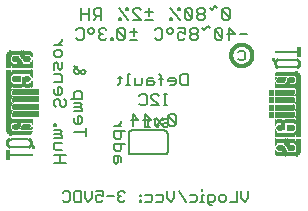
<source format=gbr>
G04 EAGLE Gerber RS-274X export*
G75*
%MOMM*%
%FSLAX34Y34*%
%LPD*%
%INSilkscreen Bottom*%
%IPPOS*%
%AMOC8*
5,1,8,0,0,1.08239X$1,22.5*%
G01*
%ADD10C,0.177800*%
%ADD11C,0.127000*%
%ADD12C,0.304800*%
%ADD13C,0.203200*%
%ADD14R,0.022863X0.462278*%
%ADD15R,0.022863X0.462281*%
%ADD16R,0.022863X0.436881*%
%ADD17R,0.023113X0.462278*%
%ADD18R,0.023113X0.462281*%
%ADD19R,0.023113X0.436881*%
%ADD20R,0.023116X0.462278*%
%ADD21R,0.023116X0.462281*%
%ADD22R,0.023116X0.436881*%
%ADD23R,0.023113X0.022863*%
%ADD24R,0.023116X0.091441*%
%ADD25R,0.023113X0.139700*%
%ADD26R,0.023116X0.185419*%
%ADD27R,0.023113X0.254000*%
%ADD28R,0.023113X0.299719*%
%ADD29R,0.023116X0.345438*%
%ADD30R,0.023113X0.391159*%
%ADD31R,0.023116X0.393700*%
%ADD32R,0.022863X0.325119*%
%ADD33R,0.022863X0.599438*%
%ADD34R,0.022863X0.622300*%
%ADD35R,0.022863X0.530859*%
%ADD36R,0.022863X0.439422*%
%ADD37R,0.022863X0.231138*%
%ADD38R,0.022863X0.071119*%
%ADD39R,0.022863X0.533400*%
%ADD40R,0.022863X0.208281*%
%ADD41R,0.023113X0.345441*%
%ADD42R,0.023113X0.576578*%
%ADD43R,0.023113X0.599438*%
%ADD44R,0.023113X0.508000*%
%ADD45R,0.023113X0.416563*%
%ADD46R,0.023113X0.208278*%
%ADD47R,0.023113X0.553722*%
%ADD48R,0.023113X0.208281*%
%ADD49R,0.023116X0.345441*%
%ADD50R,0.023116X0.530859*%
%ADD51R,0.023116X0.370841*%
%ADD52R,0.023116X0.162559*%
%ADD53R,0.023116X0.576581*%
%ADD54R,0.023116X0.208281*%
%ADD55R,0.023113X0.322578*%
%ADD56R,0.023113X0.485137*%
%ADD57R,0.023113X0.416559*%
%ADD58R,0.023113X0.347981*%
%ADD59R,0.023113X0.116838*%
%ADD60R,0.023113X0.647700*%
%ADD61R,0.023116X0.322581*%
%ADD62R,0.023116X0.485137*%
%ADD63R,0.023116X0.093978*%
%ADD64R,0.023116X0.231141*%
%ADD65R,0.023116X0.693419*%
%ADD66R,0.023113X0.322581*%
%ADD67R,0.023113X0.439419*%
%ADD68R,0.023113X0.370841*%
%ADD69R,0.023113X0.299722*%
%ADD70R,0.023113X0.045719*%
%ADD71R,0.023113X0.739138*%
%ADD72R,0.023113X0.414019*%
%ADD73R,0.023113X0.347978*%
%ADD74R,0.023113X0.762000*%
%ADD75R,0.023116X0.414019*%
%ADD76R,0.023116X0.182881*%
%ADD77R,0.023116X0.347978*%
%ADD78R,0.023116X0.276863*%
%ADD79R,0.023116X0.116841*%
%ADD80R,0.023116X0.276859*%
%ADD81R,0.023116X0.784863*%
%ADD82R,0.023113X0.325119*%
%ADD83R,0.023113X0.276863*%
%ADD84R,0.023113X0.276859*%
%ADD85R,0.023116X0.325119*%
%ADD86R,0.023116X0.391159*%
%ADD87R,0.023116X0.302259*%
%ADD88R,0.023116X0.254000*%
%ADD89R,0.023113X0.302259*%
%ADD90R,0.023113X0.393700*%
%ADD91R,0.023113X0.231141*%
%ADD92R,0.022863X0.302259*%
%ADD93R,0.022863X0.439419*%
%ADD94R,0.022863X0.368300*%
%ADD95R,0.022863X0.391159*%
%ADD96R,0.022863X0.416559*%
%ADD97R,0.022863X0.276863*%
%ADD98R,0.022863X0.205741*%
%ADD99R,0.023113X0.368300*%
%ADD100R,0.023113X0.205741*%
%ADD101R,0.023116X0.368300*%
%ADD102R,0.023116X0.205741*%
%ADD103R,0.023113X0.182881*%
%ADD104R,0.022863X0.276859*%
%ADD105R,0.022863X0.182881*%
%ADD106R,0.023113X0.924559*%
%ADD107R,0.023116X0.924559*%
%ADD108R,0.023113X0.901700*%
%ADD109R,0.023116X0.901700*%
%ADD110R,0.023113X0.878841*%
%ADD111R,0.023116X0.855981*%
%ADD112R,0.023113X0.833119*%
%ADD113R,0.022863X0.787400*%
%ADD114R,0.022863X0.414019*%
%ADD115R,0.022863X0.924559*%
%ADD116R,0.023113X0.739141*%
%ADD117R,0.023116X0.716281*%
%ADD118R,0.023116X0.299722*%
%ADD119R,0.023113X0.670559*%
%ADD120R,0.023116X0.647700*%
%ADD121R,0.023116X0.508000*%
%ADD122R,0.023116X0.299719*%
%ADD123R,0.023113X0.601981*%
%ADD124R,0.023113X0.530859*%
%ADD125R,0.023113X0.231138*%
%ADD126R,0.023113X0.556259*%
%ADD127R,0.023113X0.185419*%
%ADD128R,0.023116X0.533400*%
%ADD129R,0.023116X0.599438*%
%ADD130R,0.023116X0.416563*%
%ADD131R,0.023116X0.116838*%
%ADD132R,0.023113X0.485141*%
%ADD133R,0.023113X0.645159*%
%ADD134R,0.023113X0.716278*%
%ADD135R,0.022863X0.393700*%
%ADD136R,0.022863X0.762000*%
%ADD137R,0.022863X0.624841*%
%ADD138R,0.023113X0.784859*%
%ADD139R,0.023113X0.693422*%
%ADD140R,0.023116X0.830578*%
%ADD141R,0.023116X0.739141*%
%ADD142R,0.023113X0.876300*%
%ADD143R,0.023113X0.807722*%
%ADD144R,0.023116X0.899159*%
%ADD145R,0.023116X0.878841*%
%ADD146R,0.023113X0.922019*%
%ADD147R,0.023113X0.947419*%
%ADD148R,0.023116X0.970278*%
%ADD149R,0.023113X0.970278*%
%ADD150R,0.023116X0.439419*%
%ADD151R,0.022863X0.299722*%
%ADD152R,0.023116X0.416559*%
%ADD153R,0.023116X0.347981*%
%ADD154R,0.023113X0.137159*%
%ADD155R,0.023113X0.093978*%
%ADD156R,0.023113X0.091441*%
%ADD157R,0.023113X0.093981*%
%ADD158R,0.023113X0.114300*%
%ADD159R,0.023116X0.045719*%
%ADD160R,0.023116X0.045722*%
%ADD161R,0.023113X0.071119*%
%ADD162R,0.023113X0.116841*%
%ADD163R,0.023116X0.139700*%
%ADD164R,0.022863X0.322581*%
%ADD165R,0.022863X0.345441*%
%ADD166R,0.022863X0.162559*%
%ADD167R,0.022863X0.576581*%
%ADD168R,0.023113X0.668019*%
%ADD169R,0.023113X0.533400*%
%ADD170R,0.023116X1.455419*%
%ADD171R,0.023116X5.519419*%
%ADD172R,0.023113X1.455419*%
%ADD173R,0.023113X5.519419*%
%ADD174R,0.023116X5.494019*%
%ADD175R,0.023113X1.430019*%
%ADD176R,0.023113X5.494019*%
%ADD177R,0.023116X1.430019*%
%ADD178R,0.023116X5.471159*%
%ADD179R,0.023116X0.762000*%
%ADD180R,0.023113X1.407159*%
%ADD181R,0.023113X5.471159*%
%ADD182R,0.022863X1.384300*%
%ADD183R,0.022863X5.448300*%
%ADD184R,0.022863X0.716278*%
%ADD185R,0.022863X0.878841*%
%ADD186R,0.023113X1.361438*%
%ADD187R,0.023113X5.425438*%
%ADD188R,0.023116X1.338578*%
%ADD189R,0.023116X5.402578*%
%ADD190R,0.023116X0.624841*%
%ADD191R,0.023113X1.292859*%
%ADD192R,0.023113X5.356859*%
%ADD193R,0.023116X1.224278*%
%ADD194R,0.023116X5.288278*%
%ADD195C,0.152400*%


D10*
X191013Y161567D02*
X191013Y168007D01*
X189403Y169617D01*
X186183Y169617D01*
X184573Y168007D01*
X184573Y161567D01*
X186183Y159957D01*
X189403Y159957D01*
X191013Y161567D01*
X184573Y168007D01*
X180488Y169617D02*
X178878Y171227D01*
X175658Y168007D01*
X174048Y169617D01*
X169963Y168007D02*
X168353Y169617D01*
X165133Y169617D01*
X163523Y168007D01*
X163523Y166397D01*
X165133Y164787D01*
X163523Y163177D01*
X163523Y161567D01*
X165133Y159957D01*
X168353Y159957D01*
X169963Y161567D01*
X169963Y163177D01*
X168353Y164787D01*
X169963Y166397D01*
X169963Y168007D01*
X168353Y164787D02*
X165133Y164787D01*
X159439Y161567D02*
X159439Y168007D01*
X157829Y169617D01*
X154609Y169617D01*
X152999Y168007D01*
X152999Y161567D01*
X154609Y159957D01*
X157829Y159957D01*
X159439Y161567D01*
X152999Y168007D01*
X142474Y161567D02*
X142474Y159957D01*
X142474Y161567D02*
X140864Y161567D01*
X140864Y159957D01*
X142474Y159957D01*
X147304Y169617D02*
X148914Y169617D01*
X147304Y169617D02*
X147304Y168007D01*
X148914Y168007D01*
X148914Y169617D01*
X140864Y169617D02*
X148914Y159957D01*
X126111Y159957D02*
X119671Y159957D01*
X119671Y166397D02*
X126111Y166397D01*
X122891Y169617D02*
X122891Y163177D01*
X115586Y159957D02*
X109146Y159957D01*
X115586Y159957D02*
X109146Y166397D01*
X109146Y168007D01*
X110756Y169617D01*
X113976Y169617D01*
X115586Y168007D01*
X98622Y161567D02*
X98622Y159957D01*
X98622Y161567D02*
X97012Y161567D01*
X97012Y159957D01*
X98622Y159957D01*
X103452Y169617D02*
X105062Y169617D01*
X103452Y169617D02*
X103452Y168007D01*
X105062Y168007D01*
X105062Y169617D01*
X97012Y169617D02*
X105062Y159957D01*
X82259Y159957D02*
X82259Y169617D01*
X77428Y169617D01*
X75818Y168007D01*
X75818Y164787D01*
X77428Y163177D01*
X82259Y163177D01*
X79038Y163177D02*
X75818Y159957D01*
X71734Y159957D02*
X71734Y169617D01*
X71734Y164787D02*
X65294Y164787D01*
X65294Y169617D02*
X65294Y159957D01*
X199482Y147642D02*
X205923Y147642D01*
X190568Y142812D02*
X190568Y152472D01*
X195398Y147642D01*
X188958Y147642D01*
X184873Y144422D02*
X184873Y150862D01*
X183263Y152472D01*
X180043Y152472D01*
X178433Y150862D01*
X178433Y144422D01*
X180043Y142812D01*
X183263Y142812D01*
X184873Y144422D01*
X178433Y150862D01*
X174349Y152472D02*
X172739Y154082D01*
X169519Y150862D01*
X167909Y152472D01*
X163824Y150862D02*
X162214Y152472D01*
X158994Y152472D01*
X157384Y150862D01*
X157384Y149252D01*
X158994Y147642D01*
X157384Y146032D01*
X157384Y144422D01*
X158994Y142812D01*
X162214Y142812D01*
X163824Y144422D01*
X163824Y146032D01*
X162214Y147642D01*
X163824Y149252D01*
X163824Y150862D01*
X162214Y147642D02*
X158994Y147642D01*
X153300Y152472D02*
X146859Y152472D01*
X153300Y152472D02*
X153300Y147642D01*
X150079Y149252D01*
X148469Y149252D01*
X146859Y147642D01*
X146859Y144422D01*
X148469Y142812D01*
X151690Y142812D01*
X153300Y144422D01*
X141165Y152472D02*
X139555Y152472D01*
X137945Y150862D01*
X137945Y149252D01*
X139555Y147642D01*
X141165Y147642D01*
X142775Y149252D01*
X142775Y150862D01*
X141165Y152472D01*
X129174Y152472D02*
X127564Y150862D01*
X129174Y152472D02*
X132394Y152472D01*
X134004Y150862D01*
X134004Y144422D01*
X132394Y142812D01*
X129174Y142812D01*
X127564Y144422D01*
X112955Y142812D02*
X106515Y142812D01*
X106515Y149252D02*
X112955Y149252D01*
X109735Y152472D02*
X109735Y146032D01*
X102431Y144422D02*
X102431Y150862D01*
X100821Y152472D01*
X97601Y152472D01*
X95991Y150862D01*
X95991Y144422D01*
X97601Y142812D01*
X100821Y142812D01*
X102431Y144422D01*
X95991Y150862D01*
X91906Y144422D02*
X91906Y142812D01*
X91906Y144422D02*
X90296Y144422D01*
X90296Y142812D01*
X91906Y142812D01*
X86644Y150862D02*
X85034Y152472D01*
X81814Y152472D01*
X80204Y150862D01*
X80204Y149252D01*
X81814Y147642D01*
X83424Y147642D01*
X81814Y147642D02*
X80204Y146032D01*
X80204Y144422D01*
X81814Y142812D01*
X85034Y142812D01*
X86644Y144422D01*
X74509Y152472D02*
X72899Y152472D01*
X71289Y150862D01*
X71289Y149252D01*
X72899Y147642D01*
X74509Y147642D01*
X76119Y149252D01*
X76119Y150862D01*
X74509Y152472D01*
X62519Y152472D02*
X60909Y150862D01*
X62519Y152472D02*
X65739Y152472D01*
X67349Y150862D01*
X67349Y144422D01*
X65739Y142812D01*
X62519Y142812D01*
X60909Y144422D01*
D11*
X206664Y14613D02*
X206664Y8681D01*
X203698Y5715D01*
X200732Y8681D01*
X200732Y14613D01*
X197309Y14613D02*
X197309Y5715D01*
X191377Y5715D01*
X186470Y5715D02*
X183505Y5715D01*
X182022Y7198D01*
X182022Y10164D01*
X183505Y11647D01*
X186470Y11647D01*
X187953Y10164D01*
X187953Y7198D01*
X186470Y5715D01*
X175632Y2749D02*
X174149Y2749D01*
X172666Y4232D01*
X172666Y11647D01*
X177115Y11647D01*
X178598Y10164D01*
X178598Y7198D01*
X177115Y5715D01*
X172666Y5715D01*
X169243Y11647D02*
X167760Y11647D01*
X167760Y5715D01*
X169243Y5715D02*
X166277Y5715D01*
X167760Y14613D02*
X167760Y16096D01*
X161523Y11647D02*
X157075Y11647D01*
X161523Y11647D02*
X163006Y10164D01*
X163006Y7198D01*
X161523Y5715D01*
X157075Y5715D01*
X153651Y5715D02*
X147719Y14613D01*
X144296Y14613D02*
X144296Y8681D01*
X141330Y5715D01*
X138364Y8681D01*
X138364Y14613D01*
X133458Y11647D02*
X129009Y11647D01*
X133458Y11647D02*
X134941Y10164D01*
X134941Y7198D01*
X133458Y5715D01*
X129009Y5715D01*
X124103Y11647D02*
X119654Y11647D01*
X124103Y11647D02*
X125585Y10164D01*
X125585Y7198D01*
X124103Y5715D01*
X119654Y5715D01*
X116230Y11647D02*
X114747Y11647D01*
X114747Y10164D01*
X116230Y10164D01*
X116230Y11647D01*
X116230Y7198D02*
X114747Y7198D01*
X114747Y5715D01*
X116230Y5715D01*
X116230Y7198D01*
X102198Y13130D02*
X100715Y14613D01*
X97749Y14613D01*
X96266Y13130D01*
X96266Y11647D01*
X97749Y10164D01*
X99232Y10164D01*
X97749Y10164D02*
X96266Y8681D01*
X96266Y7198D01*
X97749Y5715D01*
X100715Y5715D01*
X102198Y7198D01*
X92842Y10164D02*
X86911Y10164D01*
X83487Y14613D02*
X77555Y14613D01*
X83487Y14613D02*
X83487Y10164D01*
X80521Y11647D01*
X79038Y11647D01*
X77555Y10164D01*
X77555Y7198D01*
X79038Y5715D01*
X82004Y5715D01*
X83487Y7198D01*
X74132Y8681D02*
X74132Y14613D01*
X74132Y8681D02*
X71166Y5715D01*
X68200Y8681D01*
X68200Y14613D01*
X64777Y14613D02*
X64777Y5715D01*
X60328Y5715D01*
X58845Y7198D01*
X58845Y13130D01*
X60328Y14613D01*
X64777Y14613D01*
X50973Y14613D02*
X49490Y13130D01*
X50973Y14613D02*
X53939Y14613D01*
X55422Y13130D01*
X55422Y7198D01*
X53939Y5715D01*
X50973Y5715D01*
X49490Y7198D01*
D10*
X59627Y64610D02*
X69287Y64610D01*
X69287Y61390D02*
X69287Y67830D01*
X59627Y73525D02*
X59627Y76745D01*
X59627Y73525D02*
X61237Y71915D01*
X64457Y71915D01*
X66067Y73525D01*
X66067Y76745D01*
X64457Y78355D01*
X62847Y78355D01*
X62847Y71915D01*
X59627Y82439D02*
X66067Y82439D01*
X66067Y84049D01*
X64457Y85659D01*
X59627Y85659D01*
X64457Y85659D02*
X66067Y87270D01*
X64457Y88880D01*
X59627Y88880D01*
X56406Y92964D02*
X66067Y92964D01*
X66067Y97794D01*
X64457Y99404D01*
X61237Y99404D01*
X59627Y97794D01*
X59627Y92964D01*
X59627Y117233D02*
X62847Y120453D01*
X59627Y117233D02*
X59627Y115623D01*
X61237Y114013D01*
X62847Y114013D01*
X66067Y117233D01*
X67677Y117233D01*
X69287Y115623D01*
X67677Y114013D01*
X66067Y114013D01*
X59627Y120453D01*
X52142Y38587D02*
X42482Y38587D01*
X47312Y38587D02*
X47312Y45027D01*
X52142Y45027D02*
X42482Y45027D01*
X44092Y49112D02*
X48922Y49112D01*
X44092Y49112D02*
X42482Y50722D01*
X42482Y55552D01*
X48922Y55552D01*
X48922Y59636D02*
X42482Y59636D01*
X48922Y59636D02*
X48922Y61246D01*
X47312Y62856D01*
X42482Y62856D01*
X47312Y62856D02*
X48922Y64466D01*
X47312Y66076D01*
X42482Y66076D01*
X42482Y70161D02*
X44092Y70161D01*
X44092Y71771D01*
X42482Y71771D01*
X42482Y70161D01*
X52142Y90778D02*
X50532Y92388D01*
X52142Y90778D02*
X52142Y87558D01*
X50532Y85948D01*
X48922Y85948D01*
X47312Y87558D01*
X47312Y90778D01*
X45702Y92388D01*
X44092Y92388D01*
X42482Y90778D01*
X42482Y87558D01*
X44092Y85948D01*
X42482Y98082D02*
X42482Y101302D01*
X42482Y98082D02*
X44092Y96472D01*
X47312Y96472D01*
X48922Y98082D01*
X48922Y101302D01*
X47312Y102912D01*
X45702Y102912D01*
X45702Y96472D01*
X42482Y106997D02*
X48922Y106997D01*
X48922Y111827D01*
X47312Y113437D01*
X42482Y113437D01*
X42482Y117521D02*
X42482Y122352D01*
X44092Y123962D01*
X45702Y122352D01*
X45702Y119131D01*
X47312Y117521D01*
X48922Y119131D01*
X48922Y123962D01*
X42482Y129656D02*
X42482Y132876D01*
X44092Y134486D01*
X47312Y134486D01*
X48922Y132876D01*
X48922Y129656D01*
X47312Y128046D01*
X44092Y128046D01*
X42482Y129656D01*
X42482Y138571D02*
X48922Y138571D01*
X45702Y138571D02*
X48922Y141791D01*
X48922Y143401D01*
X99404Y42697D02*
X99404Y39477D01*
X99404Y42697D02*
X97794Y44307D01*
X92964Y44307D01*
X92964Y39477D01*
X94574Y37867D01*
X96184Y39477D01*
X96184Y44307D01*
X92964Y54832D02*
X102624Y54832D01*
X92964Y54832D02*
X92964Y50002D01*
X94574Y48391D01*
X97794Y48391D01*
X99404Y50002D01*
X99404Y54832D01*
X102624Y65356D02*
X92964Y65356D01*
X92964Y60526D01*
X94574Y58916D01*
X97794Y58916D01*
X99404Y60526D01*
X99404Y65356D01*
X99404Y69441D02*
X92964Y69441D01*
X96184Y69441D02*
X99404Y72661D01*
X99404Y74271D01*
X155780Y104394D02*
X155780Y114054D01*
X155780Y104394D02*
X150950Y104394D01*
X149340Y106004D01*
X149340Y112444D01*
X150950Y114054D01*
X155780Y114054D01*
X143645Y104394D02*
X140425Y104394D01*
X143645Y104394D02*
X145255Y106004D01*
X145255Y109224D01*
X143645Y110834D01*
X140425Y110834D01*
X138815Y109224D01*
X138815Y107614D01*
X145255Y107614D01*
X133121Y104394D02*
X133121Y112444D01*
X131511Y114054D01*
X131511Y109224D02*
X134731Y109224D01*
X126104Y110834D02*
X122884Y110834D01*
X121274Y109224D01*
X121274Y104394D01*
X126104Y104394D01*
X127714Y106004D01*
X126104Y107614D01*
X121274Y107614D01*
X117190Y106004D02*
X117190Y110834D01*
X117190Y106004D02*
X115580Y104394D01*
X110749Y104394D01*
X110749Y110834D01*
X106665Y114054D02*
X105055Y114054D01*
X105055Y104394D01*
X106665Y104394D02*
X103445Y104394D01*
X98039Y106004D02*
X98039Y112444D01*
X98039Y106004D02*
X96429Y104394D01*
X96429Y110834D02*
X99649Y110834D01*
X135019Y87249D02*
X138239Y87249D01*
X136629Y87249D02*
X136629Y96909D01*
X138239Y96909D02*
X135019Y96909D01*
X131222Y87249D02*
X124782Y87249D01*
X131222Y87249D02*
X124782Y93689D01*
X124782Y95299D01*
X126392Y96909D01*
X129612Y96909D01*
X131222Y95299D01*
X115868Y96909D02*
X114258Y95299D01*
X115868Y96909D02*
X119088Y96909D01*
X120698Y95299D01*
X120698Y88859D01*
X119088Y87249D01*
X115868Y87249D01*
X114258Y88859D01*
X145255Y78154D02*
X145255Y71714D01*
X145255Y78154D02*
X143645Y79764D01*
X140425Y79764D01*
X138815Y78154D01*
X138815Y71714D01*
X140425Y70104D01*
X143645Y70104D01*
X145255Y71714D01*
X138815Y78154D01*
X134731Y76544D02*
X128290Y70104D01*
X128290Y76544D02*
X134731Y70104D01*
X119376Y70104D02*
X119376Y79764D01*
X124206Y74934D01*
X117766Y74934D01*
X108851Y70104D02*
X108851Y79764D01*
X113681Y74934D01*
X107241Y74934D01*
D12*
X192315Y129540D02*
X192318Y129760D01*
X192326Y129981D01*
X192339Y130201D01*
X192358Y130420D01*
X192383Y130639D01*
X192412Y130858D01*
X192447Y131075D01*
X192488Y131292D01*
X192533Y131508D01*
X192584Y131722D01*
X192640Y131935D01*
X192702Y132147D01*
X192768Y132357D01*
X192840Y132565D01*
X192917Y132772D01*
X192999Y132976D01*
X193085Y133179D01*
X193177Y133379D01*
X193274Y133578D01*
X193375Y133773D01*
X193482Y133966D01*
X193593Y134157D01*
X193708Y134344D01*
X193828Y134529D01*
X193953Y134711D01*
X194082Y134889D01*
X194216Y135065D01*
X194353Y135237D01*
X194495Y135405D01*
X194641Y135571D01*
X194791Y135732D01*
X194945Y135890D01*
X195103Y136044D01*
X195264Y136194D01*
X195430Y136340D01*
X195598Y136482D01*
X195770Y136619D01*
X195946Y136753D01*
X196124Y136882D01*
X196306Y137007D01*
X196491Y137127D01*
X196678Y137242D01*
X196869Y137353D01*
X197062Y137460D01*
X197257Y137561D01*
X197456Y137658D01*
X197656Y137750D01*
X197859Y137836D01*
X198063Y137918D01*
X198270Y137995D01*
X198478Y138067D01*
X198688Y138133D01*
X198900Y138195D01*
X199113Y138251D01*
X199327Y138302D01*
X199543Y138347D01*
X199760Y138388D01*
X199977Y138423D01*
X200196Y138452D01*
X200415Y138477D01*
X200634Y138496D01*
X200854Y138509D01*
X201075Y138517D01*
X201295Y138520D01*
X201515Y138517D01*
X201736Y138509D01*
X201956Y138496D01*
X202175Y138477D01*
X202394Y138452D01*
X202613Y138423D01*
X202830Y138388D01*
X203047Y138347D01*
X203263Y138302D01*
X203477Y138251D01*
X203690Y138195D01*
X203902Y138133D01*
X204112Y138067D01*
X204320Y137995D01*
X204527Y137918D01*
X204731Y137836D01*
X204934Y137750D01*
X205134Y137658D01*
X205333Y137561D01*
X205528Y137460D01*
X205721Y137353D01*
X205912Y137242D01*
X206099Y137127D01*
X206284Y137007D01*
X206466Y136882D01*
X206644Y136753D01*
X206820Y136619D01*
X206992Y136482D01*
X207160Y136340D01*
X207326Y136194D01*
X207487Y136044D01*
X207645Y135890D01*
X207799Y135732D01*
X207949Y135571D01*
X208095Y135405D01*
X208237Y135237D01*
X208374Y135065D01*
X208508Y134889D01*
X208637Y134711D01*
X208762Y134529D01*
X208882Y134344D01*
X208997Y134157D01*
X209108Y133966D01*
X209215Y133773D01*
X209316Y133578D01*
X209413Y133379D01*
X209505Y133179D01*
X209591Y132976D01*
X209673Y132772D01*
X209750Y132565D01*
X209822Y132357D01*
X209888Y132147D01*
X209950Y131935D01*
X210006Y131722D01*
X210057Y131508D01*
X210102Y131292D01*
X210143Y131075D01*
X210178Y130858D01*
X210207Y130639D01*
X210232Y130420D01*
X210251Y130201D01*
X210264Y129981D01*
X210272Y129760D01*
X210275Y129540D01*
X210272Y129320D01*
X210264Y129099D01*
X210251Y128879D01*
X210232Y128660D01*
X210207Y128441D01*
X210178Y128222D01*
X210143Y128005D01*
X210102Y127788D01*
X210057Y127572D01*
X210006Y127358D01*
X209950Y127145D01*
X209888Y126933D01*
X209822Y126723D01*
X209750Y126515D01*
X209673Y126308D01*
X209591Y126104D01*
X209505Y125901D01*
X209413Y125701D01*
X209316Y125502D01*
X209215Y125307D01*
X209108Y125114D01*
X208997Y124923D01*
X208882Y124736D01*
X208762Y124551D01*
X208637Y124369D01*
X208508Y124191D01*
X208374Y124015D01*
X208237Y123843D01*
X208095Y123675D01*
X207949Y123509D01*
X207799Y123348D01*
X207645Y123190D01*
X207487Y123036D01*
X207326Y122886D01*
X207160Y122740D01*
X206992Y122598D01*
X206820Y122461D01*
X206644Y122327D01*
X206466Y122198D01*
X206284Y122073D01*
X206099Y121953D01*
X205912Y121838D01*
X205721Y121727D01*
X205528Y121620D01*
X205333Y121519D01*
X205134Y121422D01*
X204934Y121330D01*
X204731Y121244D01*
X204527Y121162D01*
X204320Y121085D01*
X204112Y121013D01*
X203902Y120947D01*
X203690Y120885D01*
X203477Y120829D01*
X203263Y120778D01*
X203047Y120733D01*
X202830Y120692D01*
X202613Y120657D01*
X202394Y120628D01*
X202175Y120603D01*
X201956Y120584D01*
X201736Y120571D01*
X201515Y120563D01*
X201295Y120560D01*
X201075Y120563D01*
X200854Y120571D01*
X200634Y120584D01*
X200415Y120603D01*
X200196Y120628D01*
X199977Y120657D01*
X199760Y120692D01*
X199543Y120733D01*
X199327Y120778D01*
X199113Y120829D01*
X198900Y120885D01*
X198688Y120947D01*
X198478Y121013D01*
X198270Y121085D01*
X198063Y121162D01*
X197859Y121244D01*
X197656Y121330D01*
X197456Y121422D01*
X197257Y121519D01*
X197062Y121620D01*
X196869Y121727D01*
X196678Y121838D01*
X196491Y121953D01*
X196306Y122073D01*
X196124Y122198D01*
X195946Y122327D01*
X195770Y122461D01*
X195598Y122598D01*
X195430Y122740D01*
X195264Y122886D01*
X195103Y123036D01*
X194945Y123190D01*
X194791Y123348D01*
X194641Y123509D01*
X194495Y123675D01*
X194353Y123843D01*
X194216Y124015D01*
X194082Y124191D01*
X193953Y124369D01*
X193828Y124551D01*
X193708Y124736D01*
X193593Y124923D01*
X193482Y125114D01*
X193375Y125307D01*
X193274Y125502D01*
X193177Y125701D01*
X193085Y125901D01*
X192999Y126104D01*
X192917Y126308D01*
X192840Y126515D01*
X192768Y126723D01*
X192702Y126933D01*
X192640Y127145D01*
X192584Y127358D01*
X192533Y127572D01*
X192488Y127788D01*
X192447Y128005D01*
X192412Y128222D01*
X192383Y128441D01*
X192358Y128660D01*
X192339Y128879D01*
X192326Y129099D01*
X192318Y129320D01*
X192315Y129540D01*
D13*
X198412Y132255D02*
X199768Y133611D01*
X202479Y133611D01*
X203835Y132255D01*
X203835Y126832D01*
X202479Y125476D01*
X199768Y125476D01*
X198412Y126832D01*
D14*
X224790Y79197D03*
D15*
X224790Y85446D03*
X224790Y91669D03*
D16*
X224790Y98019D03*
D17*
X225020Y79197D03*
D18*
X225020Y85446D03*
X225020Y91669D03*
D19*
X225020Y98019D03*
D20*
X225251Y79197D03*
D21*
X225251Y85446D03*
X225251Y91669D03*
D22*
X225251Y98019D03*
D17*
X225482Y79197D03*
D18*
X225482Y85446D03*
X225482Y91669D03*
D19*
X225482Y98019D03*
D20*
X225713Y79197D03*
D21*
X225713Y85446D03*
X225713Y91669D03*
D22*
X225713Y98019D03*
D17*
X225944Y79197D03*
D18*
X225944Y85446D03*
X225944Y91669D03*
D19*
X225944Y98019D03*
D17*
X226176Y79197D03*
D18*
X226176Y85446D03*
X226176Y91669D03*
D19*
X226176Y98019D03*
D20*
X226407Y79197D03*
D21*
X226407Y85446D03*
X226407Y91669D03*
D22*
X226407Y98019D03*
D17*
X226638Y79197D03*
D18*
X226638Y85446D03*
X226638Y91669D03*
D19*
X226638Y98019D03*
D20*
X226869Y79197D03*
D21*
X226869Y85446D03*
X226869Y91669D03*
D22*
X226869Y98019D03*
D17*
X227100Y79197D03*
D18*
X227100Y85446D03*
X227100Y91669D03*
D19*
X227100Y98019D03*
D14*
X227330Y79197D03*
D15*
X227330Y85446D03*
X227330Y91669D03*
D16*
X227330Y98019D03*
D17*
X227560Y79197D03*
D18*
X227560Y85446D03*
X227560Y91669D03*
D19*
X227560Y98019D03*
D23*
X227560Y126429D03*
D20*
X227791Y79197D03*
D21*
X227791Y85446D03*
X227791Y91669D03*
D22*
X227791Y98019D03*
D24*
X227791Y126314D03*
D17*
X228022Y79197D03*
D18*
X228022Y85446D03*
X228022Y91669D03*
D19*
X228022Y98019D03*
D25*
X228022Y126073D03*
D20*
X228253Y79197D03*
D21*
X228253Y85446D03*
X228253Y91669D03*
D22*
X228253Y98019D03*
D26*
X228253Y126073D03*
D17*
X228484Y79197D03*
D18*
X228484Y85446D03*
X228484Y91669D03*
D19*
X228484Y98019D03*
D27*
X228484Y125959D03*
D17*
X228716Y79197D03*
D18*
X228716Y85446D03*
X228716Y91669D03*
D19*
X228716Y98019D03*
D28*
X228716Y125730D03*
D20*
X228947Y79197D03*
D21*
X228947Y85446D03*
X228947Y91669D03*
D22*
X228947Y98019D03*
D29*
X228947Y125730D03*
D30*
X229178Y125501D03*
D31*
X229409Y125032D03*
D17*
X229640Y124003D03*
D32*
X229870Y48031D03*
D33*
X229870Y55880D03*
D34*
X229870Y63614D03*
D35*
X229870Y72631D03*
D14*
X229870Y79197D03*
D15*
X229870Y85446D03*
X229870Y91669D03*
D16*
X229870Y98019D03*
D36*
X229870Y104254D03*
D37*
X229870Y109919D03*
D38*
X229870Y113030D03*
D39*
X229870Y123190D03*
D40*
X229870Y132436D03*
D41*
X230100Y47676D03*
D42*
X230100Y55994D03*
D43*
X230100Y63500D03*
D44*
X230100Y72746D03*
D17*
X230100Y79197D03*
D18*
X230100Y85446D03*
X230100Y91669D03*
D19*
X230100Y98019D03*
D45*
X230100Y104140D03*
D46*
X230100Y110033D03*
D25*
X230100Y113373D03*
D47*
X230100Y122606D03*
D48*
X230100Y132436D03*
D49*
X230331Y47219D03*
D50*
X230331Y56223D03*
X230331Y63157D03*
D20*
X230331Y72974D03*
X230331Y79197D03*
D21*
X230331Y85446D03*
X230331Y91669D03*
D22*
X230331Y98019D03*
D51*
X230331Y103911D03*
D52*
X230331Y110261D03*
D26*
X230331Y113602D03*
D53*
X230331Y122492D03*
D54*
X230331Y132436D03*
D55*
X230562Y46876D03*
D56*
X230562Y56452D03*
D44*
X230562Y63043D03*
D57*
X230562Y73203D03*
D17*
X230562Y79197D03*
D18*
X230562Y85446D03*
X230562Y91669D03*
D19*
X230562Y98019D03*
D58*
X230562Y103797D03*
D59*
X230562Y110490D03*
D46*
X230562Y113716D03*
D60*
X230562Y122619D03*
D48*
X230562Y132436D03*
D61*
X230793Y46647D03*
D20*
X230793Y56566D03*
D62*
X230793Y62929D03*
D31*
X230793Y73317D03*
D20*
X230793Y79197D03*
D21*
X230793Y85446D03*
X230793Y91669D03*
D22*
X230793Y98019D03*
D61*
X230793Y103670D03*
D63*
X230793Y110604D03*
D64*
X230793Y113830D03*
D65*
X230793Y122619D03*
D54*
X230793Y132436D03*
D66*
X231024Y46419D03*
D67*
X231024Y56680D03*
D17*
X231024Y62814D03*
D68*
X231024Y73431D03*
D17*
X231024Y79197D03*
D18*
X231024Y85446D03*
X231024Y91669D03*
D19*
X231024Y98019D03*
D69*
X231024Y103556D03*
D70*
X231024Y110846D03*
D27*
X231024Y113944D03*
D71*
X231024Y122619D03*
D48*
X231024Y132436D03*
D66*
X231256Y46190D03*
D72*
X231256Y56807D03*
D67*
X231256Y62700D03*
D73*
X231256Y73546D03*
D17*
X231256Y79197D03*
D18*
X231256Y85446D03*
X231256Y91669D03*
D19*
X231256Y98019D03*
D69*
X231256Y103556D03*
D27*
X231256Y113944D03*
D74*
X231256Y122504D03*
D48*
X231256Y132436D03*
D61*
X231487Y46190D03*
D64*
X231487Y51270D03*
D75*
X231487Y56807D03*
X231487Y62573D03*
D76*
X231487Y68351D03*
D77*
X231487Y73546D03*
D20*
X231487Y79197D03*
D21*
X231487Y85446D03*
X231487Y91669D03*
D22*
X231487Y98019D03*
D78*
X231487Y103442D03*
D79*
X231487Y108179D03*
D80*
X231487Y114059D03*
D81*
X231487Y122619D03*
D54*
X231487Y132436D03*
D82*
X231718Y45949D03*
D66*
X231718Y51270D03*
D30*
X231718Y56921D03*
D72*
X231718Y62573D03*
D82*
X231718Y68351D03*
X231718Y73660D03*
D17*
X231718Y79197D03*
D18*
X231718Y85446D03*
X231718Y91669D03*
D19*
X231718Y98019D03*
D83*
X231718Y103442D03*
D84*
X231718Y108293D03*
X231718Y114059D03*
D83*
X231718Y120079D03*
D84*
X231718Y125387D03*
D48*
X231718Y132436D03*
D85*
X231949Y45949D03*
D51*
X231949Y51257D03*
D86*
X231949Y56921D03*
D75*
X231949Y62573D03*
D51*
X231949Y68351D03*
D85*
X231949Y73660D03*
D20*
X231949Y79197D03*
D21*
X231949Y85446D03*
X231949Y91669D03*
D22*
X231949Y98019D03*
D78*
X231949Y103442D03*
D49*
X231949Y108407D03*
D87*
X231949Y114186D03*
D88*
X231949Y119736D03*
D64*
X231949Y125616D03*
D54*
X231949Y132436D03*
D82*
X232180Y45949D03*
D57*
X232180Y51257D03*
D30*
X232180Y56921D03*
X232180Y62459D03*
D57*
X232180Y68351D03*
D89*
X232180Y73774D03*
D17*
X232180Y79197D03*
D18*
X232180Y85446D03*
X232180Y91669D03*
D19*
X232180Y98019D03*
D83*
X232180Y103442D03*
D90*
X232180Y108649D03*
D89*
X232180Y114186D03*
D91*
X232180Y119621D03*
D48*
X232180Y125730D03*
X232180Y132436D03*
D92*
X232410Y45834D03*
D93*
X232410Y51143D03*
D94*
X232410Y57036D03*
D95*
X232410Y62459D03*
D96*
X232410Y68351D03*
D92*
X232410Y73774D03*
D14*
X232410Y79197D03*
D15*
X232410Y85446D03*
X232410Y91669D03*
D16*
X232410Y98019D03*
D97*
X232410Y103442D03*
D93*
X232410Y108649D03*
D92*
X232410Y114186D03*
D98*
X232410Y119494D03*
D40*
X232410Y125730D03*
X232410Y132436D03*
D89*
X232640Y45834D03*
D17*
X232640Y51257D03*
D99*
X232640Y57036D03*
D30*
X232640Y62459D03*
D18*
X232640Y68351D03*
D89*
X232640Y73774D03*
D17*
X232640Y79197D03*
D18*
X232640Y85446D03*
X232640Y91669D03*
D19*
X232640Y98019D03*
D83*
X232640Y103442D03*
D17*
X232640Y108763D03*
D89*
X232640Y114186D03*
D100*
X232640Y119494D03*
D48*
X232640Y125959D03*
X232640Y132436D03*
D87*
X232871Y45834D03*
D20*
X232871Y51257D03*
D101*
X232871Y57036D03*
D86*
X232871Y62459D03*
D21*
X232871Y68351D03*
D87*
X232871Y73774D03*
D20*
X232871Y79197D03*
D21*
X232871Y85446D03*
X232871Y91669D03*
D22*
X232871Y98019D03*
D78*
X232871Y103442D03*
D20*
X232871Y108763D03*
D87*
X232871Y114186D03*
D102*
X232871Y119494D03*
D54*
X232871Y125959D03*
X232871Y132436D03*
D89*
X233102Y45834D03*
D17*
X233102Y51257D03*
D99*
X233102Y57036D03*
X233102Y62344D03*
D18*
X233102Y68351D03*
D89*
X233102Y73774D03*
D17*
X233102Y79197D03*
D18*
X233102Y85446D03*
X233102Y91669D03*
D19*
X233102Y98019D03*
D83*
X233102Y103442D03*
D17*
X233102Y108763D03*
D89*
X233102Y114186D03*
D100*
X233102Y119494D03*
D48*
X233102Y125959D03*
X233102Y132436D03*
D87*
X233333Y45834D03*
D20*
X233333Y51257D03*
D101*
X233333Y57036D03*
X233333Y62344D03*
D21*
X233333Y68351D03*
D87*
X233333Y73774D03*
D20*
X233333Y79197D03*
D21*
X233333Y85446D03*
X233333Y91669D03*
D22*
X233333Y98019D03*
D78*
X233333Y103442D03*
D20*
X233333Y108763D03*
D87*
X233333Y114186D03*
D76*
X233333Y119380D03*
D54*
X233333Y125959D03*
X233333Y132436D03*
D89*
X233564Y45834D03*
D17*
X233564Y51257D03*
D99*
X233564Y57036D03*
X233564Y62344D03*
D18*
X233564Y68351D03*
D89*
X233564Y73774D03*
D17*
X233564Y79197D03*
D18*
X233564Y85446D03*
X233564Y91669D03*
D19*
X233564Y98019D03*
D83*
X233564Y103442D03*
D17*
X233564Y108763D03*
D89*
X233564Y114186D03*
D103*
X233564Y119380D03*
D48*
X233564Y125959D03*
X233564Y132436D03*
D89*
X233796Y45834D03*
D17*
X233796Y51257D03*
D99*
X233796Y57036D03*
X233796Y62344D03*
D18*
X233796Y68351D03*
D84*
X233796Y73901D03*
D17*
X233796Y79197D03*
D18*
X233796Y85446D03*
X233796Y91669D03*
D19*
X233796Y98019D03*
D83*
X233796Y103442D03*
D17*
X233796Y108763D03*
D89*
X233796Y114186D03*
D103*
X233796Y119380D03*
D48*
X233796Y125959D03*
X233796Y132436D03*
D87*
X234027Y45834D03*
D20*
X234027Y51257D03*
D101*
X234027Y57036D03*
X234027Y62344D03*
D21*
X234027Y68351D03*
D80*
X234027Y73901D03*
D20*
X234027Y79197D03*
D21*
X234027Y85446D03*
X234027Y91669D03*
D22*
X234027Y98019D03*
D78*
X234027Y103442D03*
D20*
X234027Y108763D03*
D87*
X234027Y114186D03*
D76*
X234027Y119380D03*
D54*
X234027Y125959D03*
X234027Y132436D03*
D89*
X234258Y45834D03*
D17*
X234258Y51257D03*
D99*
X234258Y57036D03*
X234258Y62344D03*
D18*
X234258Y68351D03*
D84*
X234258Y73901D03*
D17*
X234258Y79197D03*
D18*
X234258Y85446D03*
X234258Y91669D03*
D19*
X234258Y98019D03*
D83*
X234258Y103442D03*
D17*
X234258Y108763D03*
D89*
X234258Y114186D03*
D103*
X234258Y119380D03*
D48*
X234258Y125959D03*
X234258Y132436D03*
D87*
X234489Y45834D03*
D20*
X234489Y51257D03*
D101*
X234489Y57036D03*
X234489Y62344D03*
D21*
X234489Y68351D03*
D80*
X234489Y73901D03*
D20*
X234489Y79197D03*
D21*
X234489Y85446D03*
X234489Y91669D03*
D22*
X234489Y98019D03*
D78*
X234489Y103442D03*
D20*
X234489Y108763D03*
D87*
X234489Y114186D03*
D76*
X234489Y119380D03*
D54*
X234489Y125959D03*
X234489Y132436D03*
D89*
X234720Y45834D03*
D17*
X234720Y51257D03*
D99*
X234720Y57036D03*
X234720Y62344D03*
D18*
X234720Y68351D03*
D84*
X234720Y73901D03*
D17*
X234720Y79197D03*
D18*
X234720Y85446D03*
X234720Y91669D03*
D19*
X234720Y98019D03*
D83*
X234720Y103442D03*
D17*
X234720Y108763D03*
D89*
X234720Y114186D03*
D103*
X234720Y119380D03*
D48*
X234720Y125959D03*
X234720Y132436D03*
D92*
X234950Y45834D03*
D14*
X234950Y51257D03*
D94*
X234950Y57036D03*
X234950Y62344D03*
D15*
X234950Y68351D03*
D104*
X234950Y73901D03*
D14*
X234950Y79197D03*
D15*
X234950Y85446D03*
X234950Y91669D03*
D16*
X234950Y98019D03*
D97*
X234950Y103442D03*
D14*
X234950Y108763D03*
D92*
X234950Y114186D03*
D105*
X234950Y119380D03*
D40*
X234950Y125959D03*
X234950Y132436D03*
D89*
X235180Y45834D03*
D17*
X235180Y51257D03*
D99*
X235180Y57036D03*
X235180Y62344D03*
D18*
X235180Y68351D03*
D84*
X235180Y73901D03*
D17*
X235180Y79197D03*
D18*
X235180Y85446D03*
X235180Y91669D03*
D19*
X235180Y98019D03*
D83*
X235180Y103442D03*
D17*
X235180Y108763D03*
D89*
X235180Y114186D03*
D103*
X235180Y119380D03*
D48*
X235180Y125959D03*
X235180Y132436D03*
D87*
X235411Y45834D03*
D20*
X235411Y51257D03*
D101*
X235411Y57036D03*
X235411Y62344D03*
D21*
X235411Y68351D03*
D80*
X235411Y73901D03*
D20*
X235411Y79197D03*
D21*
X235411Y85446D03*
X235411Y91669D03*
D22*
X235411Y98019D03*
D78*
X235411Y103442D03*
D20*
X235411Y108763D03*
D87*
X235411Y114186D03*
D76*
X235411Y119380D03*
D54*
X235411Y125959D03*
X235411Y132436D03*
D89*
X235642Y45834D03*
D17*
X235642Y51257D03*
D99*
X235642Y57036D03*
X235642Y62344D03*
D106*
X235642Y70663D03*
D17*
X235642Y79197D03*
D18*
X235642Y85446D03*
X235642Y91669D03*
D19*
X235642Y98019D03*
D83*
X235642Y103442D03*
D17*
X235642Y108763D03*
D89*
X235642Y114186D03*
D103*
X235642Y119380D03*
D48*
X235642Y125959D03*
X235642Y132436D03*
D87*
X235873Y45834D03*
D20*
X235873Y51257D03*
D101*
X235873Y57036D03*
X235873Y62344D03*
D107*
X235873Y70663D03*
D20*
X235873Y79197D03*
D21*
X235873Y85446D03*
X235873Y91669D03*
D22*
X235873Y98019D03*
D78*
X235873Y103442D03*
D20*
X235873Y108763D03*
D87*
X235873Y114186D03*
D76*
X235873Y119380D03*
D54*
X235873Y125959D03*
X235873Y132436D03*
D89*
X236104Y45834D03*
D67*
X236104Y51143D03*
D99*
X236104Y57036D03*
X236104Y62344D03*
D106*
X236104Y70663D03*
D17*
X236104Y79197D03*
D18*
X236104Y85446D03*
X236104Y91669D03*
D19*
X236104Y98019D03*
D83*
X236104Y103442D03*
D17*
X236104Y108763D03*
D89*
X236104Y114186D03*
D103*
X236104Y119380D03*
D48*
X236104Y125959D03*
X236104Y132436D03*
D108*
X236336Y48832D03*
D99*
X236336Y57036D03*
X236336Y62344D03*
D106*
X236336Y70663D03*
D17*
X236336Y79197D03*
D18*
X236336Y85446D03*
X236336Y91669D03*
D19*
X236336Y98019D03*
D83*
X236336Y103442D03*
D17*
X236336Y108763D03*
D89*
X236336Y114186D03*
D103*
X236336Y119380D03*
D48*
X236336Y125959D03*
X236336Y132436D03*
D109*
X236567Y48832D03*
D101*
X236567Y57036D03*
X236567Y62344D03*
D107*
X236567Y70663D03*
D20*
X236567Y79197D03*
D21*
X236567Y85446D03*
X236567Y91669D03*
D22*
X236567Y98019D03*
D78*
X236567Y103442D03*
D20*
X236567Y108763D03*
D87*
X236567Y114186D03*
D76*
X236567Y119380D03*
D54*
X236567Y125959D03*
X236567Y132436D03*
D110*
X236798Y48717D03*
D30*
X236798Y56921D03*
D99*
X236798Y62344D03*
D106*
X236798Y70663D03*
D17*
X236798Y79197D03*
D18*
X236798Y85446D03*
X236798Y91669D03*
D19*
X236798Y98019D03*
D83*
X236798Y103442D03*
D17*
X236798Y108763D03*
D89*
X236798Y114186D03*
D103*
X236798Y119380D03*
D48*
X236798Y125959D03*
X236798Y132436D03*
D111*
X237029Y48603D03*
D86*
X237029Y56921D03*
D101*
X237029Y62344D03*
D107*
X237029Y70663D03*
D20*
X237029Y79197D03*
D21*
X237029Y85446D03*
X237029Y91669D03*
D22*
X237029Y98019D03*
D78*
X237029Y103442D03*
D20*
X237029Y108763D03*
D87*
X237029Y114186D03*
D76*
X237029Y119380D03*
D54*
X237029Y125959D03*
X237029Y132436D03*
D112*
X237260Y48489D03*
D72*
X237260Y56807D03*
D99*
X237260Y62344D03*
D106*
X237260Y70663D03*
D17*
X237260Y79197D03*
D18*
X237260Y85446D03*
X237260Y91669D03*
D19*
X237260Y98019D03*
D83*
X237260Y103442D03*
D67*
X237260Y108877D03*
D89*
X237260Y114186D03*
D103*
X237260Y119380D03*
D48*
X237260Y125959D03*
X237260Y132436D03*
D113*
X237490Y48260D03*
D114*
X237490Y56807D03*
D94*
X237490Y62344D03*
D115*
X237490Y70663D03*
D14*
X237490Y79197D03*
D15*
X237490Y85446D03*
X237490Y91669D03*
D16*
X237490Y98019D03*
D97*
X237490Y103442D03*
D93*
X237490Y108877D03*
D92*
X237490Y114186D03*
D105*
X237490Y119380D03*
D40*
X237490Y125959D03*
X237490Y132436D03*
D116*
X237720Y48019D03*
D67*
X237720Y56680D03*
D99*
X237720Y62344D03*
D106*
X237720Y70663D03*
D17*
X237720Y79197D03*
D18*
X237720Y85446D03*
X237720Y91669D03*
D19*
X237720Y98019D03*
D69*
X237720Y103556D03*
D57*
X237720Y108991D03*
D89*
X237720Y114186D03*
D103*
X237720Y119380D03*
D48*
X237720Y125959D03*
X237720Y132436D03*
D117*
X237951Y47904D03*
D20*
X237951Y56566D03*
D101*
X237951Y62344D03*
D107*
X237951Y70663D03*
D20*
X237951Y79197D03*
D21*
X237951Y85446D03*
X237951Y91669D03*
D22*
X237951Y98019D03*
D118*
X237951Y103556D03*
D31*
X237951Y109106D03*
D87*
X237951Y114186D03*
D76*
X237951Y119380D03*
D54*
X237951Y125959D03*
X237951Y132436D03*
D119*
X238182Y47676D03*
D56*
X238182Y56452D03*
D99*
X238182Y62344D03*
D106*
X238182Y70663D03*
D17*
X238182Y79197D03*
D18*
X238182Y85446D03*
X238182Y91669D03*
D19*
X238182Y98019D03*
D66*
X238182Y103670D03*
D73*
X238182Y109334D03*
D89*
X238182Y114186D03*
D103*
X238182Y119380D03*
D48*
X238182Y125959D03*
X238182Y132436D03*
D120*
X238413Y47562D03*
D121*
X238413Y56337D03*
D101*
X238413Y62344D03*
D80*
X238413Y73901D03*
D20*
X238413Y79197D03*
D21*
X238413Y85446D03*
X238413Y91669D03*
D22*
X238413Y98019D03*
D61*
X238413Y103670D03*
D122*
X238413Y109576D03*
D87*
X238413Y114186D03*
D76*
X238413Y119380D03*
D54*
X238413Y125959D03*
X238413Y132436D03*
D123*
X238644Y47333D03*
D124*
X238644Y56223D03*
D99*
X238644Y62344D03*
D84*
X238644Y73901D03*
D17*
X238644Y79197D03*
D18*
X238644Y85446D03*
X238644Y91669D03*
D19*
X238644Y98019D03*
D58*
X238644Y103797D03*
D125*
X238644Y109919D03*
D89*
X238644Y114186D03*
D103*
X238644Y119380D03*
D48*
X238644Y125959D03*
X238644Y132436D03*
D126*
X238876Y47104D03*
D42*
X238876Y55994D03*
D99*
X238876Y62344D03*
D84*
X238876Y73901D03*
D17*
X238876Y79197D03*
D18*
X238876Y85446D03*
X238876Y91669D03*
D19*
X238876Y98019D03*
D68*
X238876Y103911D03*
D127*
X238876Y110147D03*
D89*
X238876Y114186D03*
D103*
X238876Y119380D03*
D48*
X238876Y125959D03*
X238876Y132436D03*
D128*
X239107Y46990D03*
D129*
X239107Y55880D03*
D101*
X239107Y62344D03*
D80*
X239107Y73901D03*
D20*
X239107Y79197D03*
D21*
X239107Y85446D03*
X239107Y91669D03*
D22*
X239107Y98019D03*
D130*
X239107Y104140D03*
D131*
X239107Y110490D03*
D87*
X239107Y114186D03*
D76*
X239107Y119380D03*
D54*
X239107Y125959D03*
X239107Y132436D03*
D132*
X239338Y46749D03*
D133*
X239338Y55651D03*
D99*
X239338Y62344D03*
D84*
X239338Y73901D03*
D17*
X239338Y79197D03*
D18*
X239338Y85446D03*
X239338Y91669D03*
D19*
X239338Y98019D03*
D18*
X239338Y104369D03*
D70*
X239338Y110846D03*
D89*
X239338Y114186D03*
D103*
X239338Y119380D03*
D48*
X239338Y125959D03*
X239338Y132436D03*
D21*
X239569Y46634D03*
D65*
X239569Y55410D03*
D101*
X239569Y62344D03*
D80*
X239569Y73901D03*
D20*
X239569Y79197D03*
D21*
X239569Y85446D03*
X239569Y91669D03*
D22*
X239569Y98019D03*
D121*
X239569Y104597D03*
D87*
X239569Y114186D03*
D76*
X239569Y119380D03*
D54*
X239569Y125959D03*
X239569Y132436D03*
D57*
X239800Y46406D03*
D134*
X239800Y55296D03*
D99*
X239800Y62344D03*
D84*
X239800Y73901D03*
D17*
X239800Y79197D03*
D18*
X239800Y85446D03*
X239800Y91669D03*
D19*
X239800Y98019D03*
D47*
X239800Y104826D03*
D89*
X239800Y114186D03*
D103*
X239800Y119380D03*
D48*
X239800Y125959D03*
X239800Y132436D03*
D135*
X240030Y46292D03*
D136*
X240030Y55067D03*
D94*
X240030Y62344D03*
D15*
X240030Y68351D03*
D104*
X240030Y73901D03*
D14*
X240030Y79197D03*
D15*
X240030Y85446D03*
X240030Y91669D03*
D16*
X240030Y98019D03*
D137*
X240030Y105181D03*
D92*
X240030Y114186D03*
D105*
X240030Y119380D03*
D40*
X240030Y125959D03*
X240030Y132436D03*
D68*
X240260Y46177D03*
D138*
X240260Y54953D03*
D99*
X240260Y62344D03*
D18*
X240260Y68351D03*
D84*
X240260Y73901D03*
D17*
X240260Y79197D03*
D18*
X240260Y85446D03*
X240260Y91669D03*
D19*
X240260Y98019D03*
D139*
X240260Y105524D03*
D89*
X240260Y114186D03*
D103*
X240260Y119380D03*
D48*
X240260Y125959D03*
X240260Y132436D03*
D51*
X240491Y46177D03*
D140*
X240491Y54724D03*
D101*
X240491Y62344D03*
D21*
X240491Y68351D03*
D80*
X240491Y73901D03*
D20*
X240491Y79197D03*
D21*
X240491Y85446D03*
X240491Y91669D03*
D22*
X240491Y98019D03*
D141*
X240491Y105753D03*
D87*
X240491Y114186D03*
D76*
X240491Y119380D03*
D54*
X240491Y125959D03*
X240491Y132436D03*
D58*
X240722Y46063D03*
D142*
X240722Y54496D03*
D99*
X240722Y62344D03*
D18*
X240722Y68351D03*
D84*
X240722Y73901D03*
D17*
X240722Y79197D03*
D18*
X240722Y85446D03*
X240722Y91669D03*
D19*
X240722Y98019D03*
D143*
X240722Y106096D03*
D89*
X240722Y114186D03*
D103*
X240722Y119380D03*
D48*
X240722Y125959D03*
X240722Y132436D03*
D85*
X240953Y45949D03*
D144*
X240953Y54381D03*
D101*
X240953Y62344D03*
D21*
X240953Y68351D03*
D80*
X240953Y73901D03*
D20*
X240953Y79197D03*
D21*
X240953Y85446D03*
X240953Y91669D03*
D22*
X240953Y98019D03*
D145*
X240953Y106451D03*
D87*
X240953Y114186D03*
D76*
X240953Y119380D03*
D54*
X240953Y125959D03*
X240953Y132436D03*
D82*
X241184Y45949D03*
D146*
X241184Y54267D03*
D99*
X241184Y62344D03*
D18*
X241184Y68351D03*
D84*
X241184Y73901D03*
D17*
X241184Y79197D03*
D18*
X241184Y85446D03*
X241184Y91669D03*
D19*
X241184Y98019D03*
D108*
X241184Y106566D03*
D89*
X241184Y114186D03*
D103*
X241184Y119380D03*
D48*
X241184Y125959D03*
X241184Y132436D03*
D82*
X241416Y45949D03*
D147*
X241416Y54140D03*
D99*
X241416Y62344D03*
D18*
X241416Y68351D03*
D84*
X241416Y73901D03*
D17*
X241416Y79197D03*
D18*
X241416Y85446D03*
X241416Y91669D03*
D19*
X241416Y98019D03*
D108*
X241416Y106566D03*
D89*
X241416Y114186D03*
D103*
X241416Y119380D03*
D48*
X241416Y125959D03*
X241416Y132436D03*
D87*
X241647Y45834D03*
D148*
X241647Y54026D03*
D101*
X241647Y62344D03*
D21*
X241647Y68351D03*
D80*
X241647Y73901D03*
D20*
X241647Y79197D03*
D21*
X241647Y85446D03*
X241647Y91669D03*
D22*
X241647Y98019D03*
D109*
X241647Y106566D03*
D87*
X241647Y114186D03*
D76*
X241647Y119380D03*
D54*
X241647Y125959D03*
X241647Y132436D03*
D89*
X241878Y45834D03*
D149*
X241878Y54026D03*
D99*
X241878Y62344D03*
D18*
X241878Y68351D03*
D84*
X241878Y73901D03*
D17*
X241878Y79197D03*
D18*
X241878Y85446D03*
X241878Y91669D03*
D19*
X241878Y98019D03*
D108*
X241878Y106566D03*
D89*
X241878Y114186D03*
D103*
X241878Y119380D03*
D48*
X241878Y125959D03*
X241878Y132436D03*
D87*
X242109Y45834D03*
D20*
X242109Y51257D03*
D101*
X242109Y57036D03*
X242109Y62344D03*
D21*
X242109Y68351D03*
D80*
X242109Y73901D03*
D20*
X242109Y79197D03*
D21*
X242109Y85446D03*
X242109Y91669D03*
D22*
X242109Y98019D03*
D109*
X242109Y106566D03*
D87*
X242109Y114186D03*
D76*
X242109Y119380D03*
D54*
X242109Y125959D03*
X242109Y132436D03*
D89*
X242340Y45834D03*
D17*
X242340Y51257D03*
D99*
X242340Y57036D03*
X242340Y62344D03*
D18*
X242340Y68351D03*
D84*
X242340Y73901D03*
D17*
X242340Y79197D03*
D18*
X242340Y85446D03*
X242340Y91669D03*
D19*
X242340Y98019D03*
D83*
X242340Y103442D03*
D67*
X242340Y108877D03*
D89*
X242340Y114186D03*
D103*
X242340Y119380D03*
D48*
X242340Y125959D03*
X242340Y132436D03*
D92*
X242570Y45834D03*
D14*
X242570Y51257D03*
D94*
X242570Y57036D03*
X242570Y62344D03*
D15*
X242570Y68351D03*
D104*
X242570Y73901D03*
D14*
X242570Y79197D03*
D15*
X242570Y85446D03*
X242570Y91669D03*
D16*
X242570Y98019D03*
D97*
X242570Y103442D03*
D93*
X242570Y108877D03*
D92*
X242570Y114186D03*
D105*
X242570Y119380D03*
D40*
X242570Y125959D03*
X242570Y132436D03*
D89*
X242800Y45834D03*
D17*
X242800Y51257D03*
D99*
X242800Y57036D03*
X242800Y62344D03*
D18*
X242800Y68351D03*
D84*
X242800Y73901D03*
D17*
X242800Y79197D03*
D18*
X242800Y85446D03*
X242800Y91669D03*
D19*
X242800Y98019D03*
D83*
X242800Y103442D03*
D67*
X242800Y108877D03*
D89*
X242800Y114186D03*
D103*
X242800Y119380D03*
D48*
X242800Y125959D03*
X242800Y132436D03*
D87*
X243031Y45834D03*
D20*
X243031Y51257D03*
D101*
X243031Y57036D03*
X243031Y62344D03*
D21*
X243031Y68351D03*
D80*
X243031Y73901D03*
D20*
X243031Y79197D03*
D21*
X243031Y85446D03*
X243031Y91669D03*
D22*
X243031Y98019D03*
D78*
X243031Y103442D03*
D150*
X243031Y108877D03*
D87*
X243031Y114186D03*
D76*
X243031Y119380D03*
D54*
X243031Y125959D03*
X243031Y132436D03*
D89*
X243262Y45834D03*
D17*
X243262Y51257D03*
D99*
X243262Y57036D03*
X243262Y62344D03*
D18*
X243262Y68351D03*
D84*
X243262Y73901D03*
D17*
X243262Y79197D03*
D18*
X243262Y85446D03*
X243262Y91669D03*
D19*
X243262Y98019D03*
D83*
X243262Y103442D03*
D67*
X243262Y108877D03*
D89*
X243262Y114186D03*
D103*
X243262Y119380D03*
D48*
X243262Y125959D03*
X243262Y132436D03*
D87*
X243493Y45834D03*
D20*
X243493Y51257D03*
D101*
X243493Y57036D03*
X243493Y62344D03*
D21*
X243493Y68351D03*
D80*
X243493Y73901D03*
D20*
X243493Y79197D03*
D21*
X243493Y85446D03*
X243493Y91669D03*
D22*
X243493Y98019D03*
D78*
X243493Y103442D03*
D150*
X243493Y108877D03*
D87*
X243493Y114186D03*
D76*
X243493Y119380D03*
D54*
X243493Y125959D03*
X243493Y132436D03*
D89*
X243724Y45834D03*
D17*
X243724Y51257D03*
D99*
X243724Y57036D03*
X243724Y62344D03*
D18*
X243724Y68351D03*
D84*
X243724Y73901D03*
D17*
X243724Y79197D03*
D18*
X243724Y85446D03*
X243724Y91669D03*
D19*
X243724Y98019D03*
D83*
X243724Y103442D03*
D67*
X243724Y108877D03*
D89*
X243724Y114186D03*
D103*
X243724Y119380D03*
D48*
X243724Y125959D03*
X243724Y132436D03*
D89*
X243956Y45834D03*
D17*
X243956Y51257D03*
D99*
X243956Y57036D03*
X243956Y62344D03*
D18*
X243956Y68351D03*
D84*
X243956Y73901D03*
D17*
X243956Y79197D03*
D18*
X243956Y85446D03*
X243956Y91669D03*
D19*
X243956Y98019D03*
D83*
X243956Y103442D03*
D67*
X243956Y108877D03*
D89*
X243956Y114186D03*
D103*
X243956Y119380D03*
D48*
X243956Y125959D03*
X243956Y132436D03*
D87*
X244187Y45834D03*
D20*
X244187Y51257D03*
D101*
X244187Y57036D03*
X244187Y62344D03*
D21*
X244187Y68351D03*
D80*
X244187Y73901D03*
D20*
X244187Y79197D03*
D21*
X244187Y85446D03*
X244187Y91669D03*
D22*
X244187Y98019D03*
D78*
X244187Y103442D03*
D150*
X244187Y108877D03*
D87*
X244187Y114186D03*
D76*
X244187Y119380D03*
D54*
X244187Y125959D03*
X244187Y132436D03*
D89*
X244418Y45834D03*
D17*
X244418Y51257D03*
D99*
X244418Y57036D03*
X244418Y62344D03*
D18*
X244418Y68351D03*
D89*
X244418Y73774D03*
D17*
X244418Y79197D03*
D18*
X244418Y85446D03*
X244418Y91669D03*
D19*
X244418Y98019D03*
D83*
X244418Y103442D03*
D67*
X244418Y108877D03*
D89*
X244418Y114186D03*
D103*
X244418Y119380D03*
D48*
X244418Y125959D03*
X244418Y132436D03*
D87*
X244649Y45834D03*
D20*
X244649Y51257D03*
D101*
X244649Y57036D03*
X244649Y62344D03*
D21*
X244649Y68351D03*
D87*
X244649Y73774D03*
D20*
X244649Y79197D03*
D21*
X244649Y85446D03*
X244649Y91669D03*
D22*
X244649Y98019D03*
D78*
X244649Y103442D03*
D150*
X244649Y108877D03*
D87*
X244649Y114186D03*
D76*
X244649Y119380D03*
D54*
X244649Y125959D03*
X244649Y132436D03*
D89*
X244880Y45834D03*
D17*
X244880Y51257D03*
D99*
X244880Y57036D03*
X244880Y62344D03*
D18*
X244880Y68351D03*
D89*
X244880Y73774D03*
D17*
X244880Y79197D03*
D18*
X244880Y85446D03*
X244880Y91669D03*
D19*
X244880Y98019D03*
D69*
X244880Y103556D03*
D67*
X244880Y108877D03*
D89*
X244880Y114186D03*
D103*
X244880Y119380D03*
D48*
X244880Y125959D03*
X244880Y132436D03*
D92*
X245110Y45834D03*
D14*
X245110Y51257D03*
D94*
X245110Y57036D03*
D95*
X245110Y62459D03*
D15*
X245110Y68351D03*
D92*
X245110Y73774D03*
D14*
X245110Y79197D03*
D15*
X245110Y85446D03*
X245110Y91669D03*
D16*
X245110Y98019D03*
D151*
X245110Y103556D03*
D93*
X245110Y108877D03*
D92*
X245110Y114186D03*
D105*
X245110Y119380D03*
D40*
X245110Y125959D03*
X245110Y132436D03*
D89*
X245340Y45834D03*
D67*
X245340Y51143D03*
D99*
X245340Y57036D03*
D30*
X245340Y62459D03*
D67*
X245340Y68237D03*
D89*
X245340Y73774D03*
D17*
X245340Y79197D03*
D18*
X245340Y85446D03*
X245340Y91669D03*
D19*
X245340Y98019D03*
D69*
X245340Y103556D03*
D57*
X245340Y108763D03*
D89*
X245340Y114186D03*
D103*
X245340Y119380D03*
D48*
X245340Y125959D03*
X245340Y132436D03*
D87*
X245571Y45834D03*
D152*
X245571Y51257D03*
D86*
X245571Y56921D03*
X245571Y62459D03*
D152*
X245571Y68351D03*
D87*
X245571Y73774D03*
D150*
X245571Y79312D03*
X245571Y85560D03*
X245571Y91783D03*
D75*
X245571Y98133D03*
D118*
X245571Y103556D03*
D152*
X245571Y108763D03*
D85*
X245571Y114071D03*
D76*
X245571Y119380D03*
D54*
X245571Y125959D03*
X245571Y132436D03*
D82*
X245802Y45949D03*
D57*
X245802Y51257D03*
D30*
X245802Y56921D03*
X245802Y62459D03*
D57*
X245802Y68351D03*
D89*
X245802Y73774D03*
D99*
X245802Y79439D03*
X245802Y85662D03*
D68*
X245802Y91897D03*
D30*
X245802Y98247D03*
D66*
X245802Y103442D03*
D68*
X245802Y108763D03*
D82*
X245802Y114071D03*
D103*
X245802Y119380D03*
D48*
X245802Y125959D03*
X245802Y132436D03*
D85*
X246033Y45949D03*
D51*
X246033Y51257D03*
D86*
X246033Y56921D03*
D75*
X246033Y62573D03*
D51*
X246033Y68351D03*
D85*
X246033Y73660D03*
D61*
X246033Y79667D03*
D49*
X246033Y85776D03*
D61*
X246033Y92139D03*
X246033Y98362D03*
D49*
X246033Y103556D03*
D153*
X246033Y108877D03*
D85*
X246033Y114071D03*
D76*
X246033Y119380D03*
D54*
X246033Y125959D03*
X246033Y132436D03*
D82*
X246264Y45949D03*
D66*
X246264Y51270D03*
D72*
X246264Y56807D03*
X246264Y62573D03*
D84*
X246264Y68339D03*
D82*
X246264Y73660D03*
D91*
X246264Y79667D03*
X246264Y85890D03*
D27*
X246264Y92253D03*
X246264Y98476D03*
D41*
X246264Y103556D03*
D84*
X246264Y108750D03*
D58*
X246264Y113957D03*
D103*
X246264Y119380D03*
D48*
X246264Y125959D03*
X246264Y132436D03*
D58*
X246496Y46063D03*
D127*
X246496Y51270D03*
D100*
X246496Y55766D03*
D91*
X246496Y63741D03*
D154*
X246496Y68351D03*
D73*
X246496Y73546D03*
D155*
X246496Y79896D03*
D156*
X246496Y85903D03*
D157*
X246496Y92367D03*
D156*
X246496Y98603D03*
D68*
X246496Y103683D03*
D158*
X246496Y108877D03*
D58*
X246496Y113957D03*
D103*
X246496Y119380D03*
D48*
X246496Y125959D03*
X246496Y132436D03*
D51*
X246727Y46177D03*
D64*
X246727Y55639D03*
X246727Y63741D03*
D77*
X246727Y73546D03*
D159*
X246727Y77114D03*
D160*
X246727Y83134D03*
X246727Y89357D03*
D159*
X246727Y95606D03*
D31*
X246727Y103569D03*
D51*
X246727Y113843D03*
D76*
X246727Y119380D03*
D54*
X246727Y125959D03*
X246727Y132436D03*
D68*
X246958Y46177D03*
D91*
X246958Y55639D03*
D27*
X246958Y63856D03*
D68*
X246958Y73431D03*
D161*
X246958Y77241D03*
D156*
X246958Y83134D03*
X246958Y89357D03*
D162*
X246958Y95707D03*
D57*
X246958Y103683D03*
D68*
X246958Y113843D03*
D103*
X246958Y119380D03*
D48*
X246958Y125959D03*
X246958Y132436D03*
D31*
X247189Y46292D03*
D88*
X247189Y55524D03*
D80*
X247189Y63970D03*
D31*
X247189Y73317D03*
D63*
X247189Y77356D03*
D52*
X247189Y83236D03*
D163*
X247189Y89599D03*
X247189Y95822D03*
D20*
X247189Y103683D03*
D31*
X247189Y113729D03*
D76*
X247189Y119380D03*
D54*
X247189Y125959D03*
X247189Y132436D03*
D57*
X247420Y46406D03*
D84*
X247420Y55410D03*
D69*
X247420Y64084D03*
D57*
X247420Y73203D03*
D25*
X247420Y77584D03*
D46*
X247420Y83236D03*
D127*
X247420Y89599D03*
X247420Y95822D03*
D44*
X247420Y103683D03*
D67*
X247420Y113500D03*
D103*
X247420Y119380D03*
D48*
X247420Y125959D03*
X247420Y132436D03*
D15*
X247650Y46634D03*
D164*
X247650Y55182D03*
D165*
X247650Y64313D03*
D14*
X247650Y72974D03*
D166*
X247650Y77699D03*
D104*
X247650Y83350D03*
D97*
X247650Y89599D03*
X247650Y95822D03*
D167*
X247650Y103797D03*
D15*
X247650Y113386D03*
D98*
X247650Y119494D03*
D40*
X247650Y125959D03*
X247650Y132436D03*
D44*
X247880Y46863D03*
D99*
X247880Y54953D03*
D30*
X247880Y64541D03*
D124*
X247880Y72631D03*
D125*
X247880Y78042D03*
D68*
X247880Y83363D03*
D99*
X247880Y89599D03*
D90*
X247880Y95949D03*
D168*
X247880Y103797D03*
D169*
X247880Y113030D03*
D100*
X247880Y119494D03*
D48*
X247880Y125959D03*
X247880Y132436D03*
D170*
X248111Y51600D03*
D171*
X248111Y88100D03*
D102*
X248111Y119494D03*
D54*
X248111Y125959D03*
X248111Y132436D03*
D172*
X248342Y51600D03*
D173*
X248342Y88100D03*
D100*
X248342Y119494D03*
D48*
X248342Y125959D03*
X248342Y132436D03*
D170*
X248573Y51600D03*
D171*
X248573Y88100D03*
D102*
X248573Y119494D03*
D64*
X248573Y125844D03*
D54*
X248573Y132436D03*
D172*
X248804Y51600D03*
D173*
X248804Y88100D03*
D91*
X248804Y119621D03*
X248804Y125844D03*
D48*
X248804Y132436D03*
D172*
X249036Y51600D03*
D173*
X249036Y88100D03*
D27*
X249036Y119736D03*
D91*
X249036Y125616D03*
D48*
X249036Y132436D03*
D170*
X249267Y51600D03*
D174*
X249267Y87973D03*
D78*
X249267Y120079D03*
D80*
X249267Y125387D03*
D145*
X249267Y132537D03*
D175*
X249498Y51727D03*
D176*
X249498Y87973D03*
D143*
X249498Y122733D03*
D110*
X249498Y132537D03*
D177*
X249729Y51727D03*
D178*
X249729Y87859D03*
D179*
X249729Y122733D03*
D145*
X249729Y132537D03*
D180*
X249960Y51841D03*
D181*
X249960Y87859D03*
D74*
X249960Y122733D03*
D110*
X249960Y132537D03*
D182*
X250190Y51956D03*
D183*
X250190Y87744D03*
D184*
X250190Y122733D03*
D185*
X250190Y132537D03*
D186*
X250420Y52070D03*
D187*
X250420Y87630D03*
D119*
X250420Y122733D03*
D110*
X250420Y132537D03*
D188*
X250651Y52184D03*
D189*
X250651Y87516D03*
D190*
X250651Y122733D03*
D145*
X250651Y132537D03*
D191*
X250882Y52413D03*
D192*
X250882Y87287D03*
D47*
X250882Y122606D03*
D110*
X250882Y132537D03*
D193*
X251113Y52756D03*
D194*
X251113Y86944D03*
D150*
X251113Y122720D03*
D145*
X251113Y132537D03*
D14*
X29210Y98603D03*
D15*
X29210Y92354D03*
X29210Y86131D03*
D16*
X29210Y79781D03*
D17*
X28980Y98603D03*
D18*
X28980Y92354D03*
X28980Y86131D03*
D19*
X28980Y79781D03*
D20*
X28749Y98603D03*
D21*
X28749Y92354D03*
X28749Y86131D03*
D22*
X28749Y79781D03*
D17*
X28518Y98603D03*
D18*
X28518Y92354D03*
X28518Y86131D03*
D19*
X28518Y79781D03*
D20*
X28287Y98603D03*
D21*
X28287Y92354D03*
X28287Y86131D03*
D22*
X28287Y79781D03*
D17*
X28056Y98603D03*
D18*
X28056Y92354D03*
X28056Y86131D03*
D19*
X28056Y79781D03*
D17*
X27824Y98603D03*
D18*
X27824Y92354D03*
X27824Y86131D03*
D19*
X27824Y79781D03*
D20*
X27593Y98603D03*
D21*
X27593Y92354D03*
X27593Y86131D03*
D22*
X27593Y79781D03*
D17*
X27362Y98603D03*
D18*
X27362Y92354D03*
X27362Y86131D03*
D19*
X27362Y79781D03*
D20*
X27131Y98603D03*
D21*
X27131Y92354D03*
X27131Y86131D03*
D22*
X27131Y79781D03*
D17*
X26900Y98603D03*
D18*
X26900Y92354D03*
X26900Y86131D03*
D19*
X26900Y79781D03*
D14*
X26670Y98603D03*
D15*
X26670Y92354D03*
X26670Y86131D03*
D16*
X26670Y79781D03*
D17*
X26440Y98603D03*
D18*
X26440Y92354D03*
X26440Y86131D03*
D19*
X26440Y79781D03*
D23*
X26440Y51372D03*
D20*
X26209Y98603D03*
D21*
X26209Y92354D03*
X26209Y86131D03*
D22*
X26209Y79781D03*
D24*
X26209Y51486D03*
D17*
X25978Y98603D03*
D18*
X25978Y92354D03*
X25978Y86131D03*
D19*
X25978Y79781D03*
D25*
X25978Y51727D03*
D20*
X25747Y98603D03*
D21*
X25747Y92354D03*
X25747Y86131D03*
D22*
X25747Y79781D03*
D26*
X25747Y51727D03*
D17*
X25516Y98603D03*
D18*
X25516Y92354D03*
X25516Y86131D03*
D19*
X25516Y79781D03*
D27*
X25516Y51841D03*
D17*
X25284Y98603D03*
D18*
X25284Y92354D03*
X25284Y86131D03*
D19*
X25284Y79781D03*
D28*
X25284Y52070D03*
D20*
X25053Y98603D03*
D21*
X25053Y92354D03*
X25053Y86131D03*
D22*
X25053Y79781D03*
D29*
X25053Y52070D03*
D30*
X24822Y52299D03*
D31*
X24591Y52769D03*
D17*
X24360Y53797D03*
D32*
X24130Y129769D03*
D33*
X24130Y121920D03*
D34*
X24130Y114186D03*
D35*
X24130Y105169D03*
D14*
X24130Y98603D03*
D15*
X24130Y92354D03*
X24130Y86131D03*
D16*
X24130Y79781D03*
D36*
X24130Y73546D03*
D37*
X24130Y67882D03*
D38*
X24130Y64770D03*
D39*
X24130Y54610D03*
D40*
X24130Y45364D03*
D41*
X23900Y130124D03*
D42*
X23900Y121806D03*
D43*
X23900Y114300D03*
D44*
X23900Y105054D03*
D17*
X23900Y98603D03*
D18*
X23900Y92354D03*
X23900Y86131D03*
D19*
X23900Y79781D03*
D45*
X23900Y73660D03*
D46*
X23900Y67767D03*
D25*
X23900Y64427D03*
D47*
X23900Y55194D03*
D48*
X23900Y45364D03*
D49*
X23669Y130581D03*
D50*
X23669Y121577D03*
X23669Y114643D03*
D20*
X23669Y104826D03*
X23669Y98603D03*
D21*
X23669Y92354D03*
X23669Y86131D03*
D22*
X23669Y79781D03*
D51*
X23669Y73889D03*
D52*
X23669Y67539D03*
D26*
X23669Y64199D03*
D53*
X23669Y55309D03*
D54*
X23669Y45364D03*
D55*
X23438Y130924D03*
D56*
X23438Y121349D03*
D44*
X23438Y114757D03*
D57*
X23438Y104597D03*
D17*
X23438Y98603D03*
D18*
X23438Y92354D03*
X23438Y86131D03*
D19*
X23438Y79781D03*
D58*
X23438Y74003D03*
D59*
X23438Y67310D03*
D46*
X23438Y64084D03*
D60*
X23438Y55182D03*
D48*
X23438Y45364D03*
D61*
X23207Y131153D03*
D20*
X23207Y121234D03*
D62*
X23207Y114872D03*
D31*
X23207Y104483D03*
D20*
X23207Y98603D03*
D21*
X23207Y92354D03*
X23207Y86131D03*
D22*
X23207Y79781D03*
D61*
X23207Y74130D03*
D63*
X23207Y67196D03*
D64*
X23207Y63970D03*
D65*
X23207Y55182D03*
D54*
X23207Y45364D03*
D66*
X22976Y131382D03*
D67*
X22976Y121120D03*
D17*
X22976Y114986D03*
D68*
X22976Y104369D03*
D17*
X22976Y98603D03*
D18*
X22976Y92354D03*
X22976Y86131D03*
D19*
X22976Y79781D03*
D69*
X22976Y74244D03*
D70*
X22976Y66954D03*
D27*
X22976Y63856D03*
D71*
X22976Y55182D03*
D48*
X22976Y45364D03*
D66*
X22744Y131610D03*
D72*
X22744Y120993D03*
D67*
X22744Y115100D03*
D73*
X22744Y104254D03*
D17*
X22744Y98603D03*
D18*
X22744Y92354D03*
X22744Y86131D03*
D19*
X22744Y79781D03*
D69*
X22744Y74244D03*
D27*
X22744Y63856D03*
D74*
X22744Y55296D03*
D48*
X22744Y45364D03*
D61*
X22513Y131610D03*
D64*
X22513Y126530D03*
D75*
X22513Y120993D03*
X22513Y115227D03*
D76*
X22513Y109449D03*
D77*
X22513Y104254D03*
D20*
X22513Y98603D03*
D21*
X22513Y92354D03*
X22513Y86131D03*
D22*
X22513Y79781D03*
D78*
X22513Y74359D03*
D79*
X22513Y69621D03*
D80*
X22513Y63741D03*
D81*
X22513Y55182D03*
D54*
X22513Y45364D03*
D82*
X22282Y131851D03*
D66*
X22282Y126530D03*
D30*
X22282Y120879D03*
D72*
X22282Y115227D03*
D82*
X22282Y109449D03*
X22282Y104140D03*
D17*
X22282Y98603D03*
D18*
X22282Y92354D03*
X22282Y86131D03*
D19*
X22282Y79781D03*
D83*
X22282Y74359D03*
D84*
X22282Y69507D03*
X22282Y63741D03*
D83*
X22282Y57722D03*
D84*
X22282Y52413D03*
D48*
X22282Y45364D03*
D85*
X22051Y131851D03*
D51*
X22051Y126543D03*
D86*
X22051Y120879D03*
D75*
X22051Y115227D03*
D51*
X22051Y109449D03*
D85*
X22051Y104140D03*
D20*
X22051Y98603D03*
D21*
X22051Y92354D03*
X22051Y86131D03*
D22*
X22051Y79781D03*
D78*
X22051Y74359D03*
D49*
X22051Y69393D03*
D87*
X22051Y63614D03*
D88*
X22051Y58064D03*
D64*
X22051Y52184D03*
D54*
X22051Y45364D03*
D82*
X21820Y131851D03*
D57*
X21820Y126543D03*
D30*
X21820Y120879D03*
X21820Y115341D03*
D57*
X21820Y109449D03*
D89*
X21820Y104026D03*
D17*
X21820Y98603D03*
D18*
X21820Y92354D03*
X21820Y86131D03*
D19*
X21820Y79781D03*
D83*
X21820Y74359D03*
D90*
X21820Y69152D03*
D89*
X21820Y63614D03*
D91*
X21820Y58179D03*
D48*
X21820Y52070D03*
X21820Y45364D03*
D92*
X21590Y131966D03*
D93*
X21590Y126657D03*
D94*
X21590Y120764D03*
D95*
X21590Y115341D03*
D96*
X21590Y109449D03*
D92*
X21590Y104026D03*
D14*
X21590Y98603D03*
D15*
X21590Y92354D03*
X21590Y86131D03*
D16*
X21590Y79781D03*
D97*
X21590Y74359D03*
D93*
X21590Y69152D03*
D92*
X21590Y63614D03*
D98*
X21590Y58306D03*
D40*
X21590Y52070D03*
X21590Y45364D03*
D89*
X21360Y131966D03*
D17*
X21360Y126543D03*
D99*
X21360Y120764D03*
D30*
X21360Y115341D03*
D18*
X21360Y109449D03*
D89*
X21360Y104026D03*
D17*
X21360Y98603D03*
D18*
X21360Y92354D03*
X21360Y86131D03*
D19*
X21360Y79781D03*
D83*
X21360Y74359D03*
D17*
X21360Y69037D03*
D89*
X21360Y63614D03*
D100*
X21360Y58306D03*
D48*
X21360Y51841D03*
X21360Y45364D03*
D87*
X21129Y131966D03*
D20*
X21129Y126543D03*
D101*
X21129Y120764D03*
D86*
X21129Y115341D03*
D21*
X21129Y109449D03*
D87*
X21129Y104026D03*
D20*
X21129Y98603D03*
D21*
X21129Y92354D03*
X21129Y86131D03*
D22*
X21129Y79781D03*
D78*
X21129Y74359D03*
D20*
X21129Y69037D03*
D87*
X21129Y63614D03*
D102*
X21129Y58306D03*
D54*
X21129Y51841D03*
X21129Y45364D03*
D89*
X20898Y131966D03*
D17*
X20898Y126543D03*
D99*
X20898Y120764D03*
X20898Y115456D03*
D18*
X20898Y109449D03*
D89*
X20898Y104026D03*
D17*
X20898Y98603D03*
D18*
X20898Y92354D03*
X20898Y86131D03*
D19*
X20898Y79781D03*
D83*
X20898Y74359D03*
D17*
X20898Y69037D03*
D89*
X20898Y63614D03*
D100*
X20898Y58306D03*
D48*
X20898Y51841D03*
X20898Y45364D03*
D87*
X20667Y131966D03*
D20*
X20667Y126543D03*
D101*
X20667Y120764D03*
X20667Y115456D03*
D21*
X20667Y109449D03*
D87*
X20667Y104026D03*
D20*
X20667Y98603D03*
D21*
X20667Y92354D03*
X20667Y86131D03*
D22*
X20667Y79781D03*
D78*
X20667Y74359D03*
D20*
X20667Y69037D03*
D87*
X20667Y63614D03*
D76*
X20667Y58420D03*
D54*
X20667Y51841D03*
X20667Y45364D03*
D89*
X20436Y131966D03*
D17*
X20436Y126543D03*
D99*
X20436Y120764D03*
X20436Y115456D03*
D18*
X20436Y109449D03*
D89*
X20436Y104026D03*
D17*
X20436Y98603D03*
D18*
X20436Y92354D03*
X20436Y86131D03*
D19*
X20436Y79781D03*
D83*
X20436Y74359D03*
D17*
X20436Y69037D03*
D89*
X20436Y63614D03*
D103*
X20436Y58420D03*
D48*
X20436Y51841D03*
X20436Y45364D03*
D89*
X20204Y131966D03*
D17*
X20204Y126543D03*
D99*
X20204Y120764D03*
X20204Y115456D03*
D18*
X20204Y109449D03*
D84*
X20204Y103899D03*
D17*
X20204Y98603D03*
D18*
X20204Y92354D03*
X20204Y86131D03*
D19*
X20204Y79781D03*
D83*
X20204Y74359D03*
D17*
X20204Y69037D03*
D89*
X20204Y63614D03*
D103*
X20204Y58420D03*
D48*
X20204Y51841D03*
X20204Y45364D03*
D87*
X19973Y131966D03*
D20*
X19973Y126543D03*
D101*
X19973Y120764D03*
X19973Y115456D03*
D21*
X19973Y109449D03*
D80*
X19973Y103899D03*
D20*
X19973Y98603D03*
D21*
X19973Y92354D03*
X19973Y86131D03*
D22*
X19973Y79781D03*
D78*
X19973Y74359D03*
D20*
X19973Y69037D03*
D87*
X19973Y63614D03*
D76*
X19973Y58420D03*
D54*
X19973Y51841D03*
X19973Y45364D03*
D89*
X19742Y131966D03*
D17*
X19742Y126543D03*
D99*
X19742Y120764D03*
X19742Y115456D03*
D18*
X19742Y109449D03*
D84*
X19742Y103899D03*
D17*
X19742Y98603D03*
D18*
X19742Y92354D03*
X19742Y86131D03*
D19*
X19742Y79781D03*
D83*
X19742Y74359D03*
D17*
X19742Y69037D03*
D89*
X19742Y63614D03*
D103*
X19742Y58420D03*
D48*
X19742Y51841D03*
X19742Y45364D03*
D87*
X19511Y131966D03*
D20*
X19511Y126543D03*
D101*
X19511Y120764D03*
X19511Y115456D03*
D21*
X19511Y109449D03*
D80*
X19511Y103899D03*
D20*
X19511Y98603D03*
D21*
X19511Y92354D03*
X19511Y86131D03*
D22*
X19511Y79781D03*
D78*
X19511Y74359D03*
D20*
X19511Y69037D03*
D87*
X19511Y63614D03*
D76*
X19511Y58420D03*
D54*
X19511Y51841D03*
X19511Y45364D03*
D89*
X19280Y131966D03*
D17*
X19280Y126543D03*
D99*
X19280Y120764D03*
X19280Y115456D03*
D18*
X19280Y109449D03*
D84*
X19280Y103899D03*
D17*
X19280Y98603D03*
D18*
X19280Y92354D03*
X19280Y86131D03*
D19*
X19280Y79781D03*
D83*
X19280Y74359D03*
D17*
X19280Y69037D03*
D89*
X19280Y63614D03*
D103*
X19280Y58420D03*
D48*
X19280Y51841D03*
X19280Y45364D03*
D92*
X19050Y131966D03*
D14*
X19050Y126543D03*
D94*
X19050Y120764D03*
X19050Y115456D03*
D15*
X19050Y109449D03*
D104*
X19050Y103899D03*
D14*
X19050Y98603D03*
D15*
X19050Y92354D03*
X19050Y86131D03*
D16*
X19050Y79781D03*
D97*
X19050Y74359D03*
D14*
X19050Y69037D03*
D92*
X19050Y63614D03*
D105*
X19050Y58420D03*
D40*
X19050Y51841D03*
X19050Y45364D03*
D89*
X18820Y131966D03*
D17*
X18820Y126543D03*
D99*
X18820Y120764D03*
X18820Y115456D03*
D18*
X18820Y109449D03*
D84*
X18820Y103899D03*
D17*
X18820Y98603D03*
D18*
X18820Y92354D03*
X18820Y86131D03*
D19*
X18820Y79781D03*
D83*
X18820Y74359D03*
D17*
X18820Y69037D03*
D89*
X18820Y63614D03*
D103*
X18820Y58420D03*
D48*
X18820Y51841D03*
X18820Y45364D03*
D87*
X18589Y131966D03*
D20*
X18589Y126543D03*
D101*
X18589Y120764D03*
X18589Y115456D03*
D21*
X18589Y109449D03*
D80*
X18589Y103899D03*
D20*
X18589Y98603D03*
D21*
X18589Y92354D03*
X18589Y86131D03*
D22*
X18589Y79781D03*
D78*
X18589Y74359D03*
D20*
X18589Y69037D03*
D87*
X18589Y63614D03*
D76*
X18589Y58420D03*
D54*
X18589Y51841D03*
X18589Y45364D03*
D89*
X18358Y131966D03*
D17*
X18358Y126543D03*
D99*
X18358Y120764D03*
X18358Y115456D03*
D106*
X18358Y107137D03*
D17*
X18358Y98603D03*
D18*
X18358Y92354D03*
X18358Y86131D03*
D19*
X18358Y79781D03*
D83*
X18358Y74359D03*
D17*
X18358Y69037D03*
D89*
X18358Y63614D03*
D103*
X18358Y58420D03*
D48*
X18358Y51841D03*
X18358Y45364D03*
D87*
X18127Y131966D03*
D20*
X18127Y126543D03*
D101*
X18127Y120764D03*
X18127Y115456D03*
D107*
X18127Y107137D03*
D20*
X18127Y98603D03*
D21*
X18127Y92354D03*
X18127Y86131D03*
D22*
X18127Y79781D03*
D78*
X18127Y74359D03*
D20*
X18127Y69037D03*
D87*
X18127Y63614D03*
D76*
X18127Y58420D03*
D54*
X18127Y51841D03*
X18127Y45364D03*
D89*
X17896Y131966D03*
D67*
X17896Y126657D03*
D99*
X17896Y120764D03*
X17896Y115456D03*
D106*
X17896Y107137D03*
D17*
X17896Y98603D03*
D18*
X17896Y92354D03*
X17896Y86131D03*
D19*
X17896Y79781D03*
D83*
X17896Y74359D03*
D17*
X17896Y69037D03*
D89*
X17896Y63614D03*
D103*
X17896Y58420D03*
D48*
X17896Y51841D03*
X17896Y45364D03*
D108*
X17664Y128969D03*
D99*
X17664Y120764D03*
X17664Y115456D03*
D106*
X17664Y107137D03*
D17*
X17664Y98603D03*
D18*
X17664Y92354D03*
X17664Y86131D03*
D19*
X17664Y79781D03*
D83*
X17664Y74359D03*
D17*
X17664Y69037D03*
D89*
X17664Y63614D03*
D103*
X17664Y58420D03*
D48*
X17664Y51841D03*
X17664Y45364D03*
D109*
X17433Y128969D03*
D101*
X17433Y120764D03*
X17433Y115456D03*
D107*
X17433Y107137D03*
D20*
X17433Y98603D03*
D21*
X17433Y92354D03*
X17433Y86131D03*
D22*
X17433Y79781D03*
D78*
X17433Y74359D03*
D20*
X17433Y69037D03*
D87*
X17433Y63614D03*
D76*
X17433Y58420D03*
D54*
X17433Y51841D03*
X17433Y45364D03*
D110*
X17202Y129083D03*
D30*
X17202Y120879D03*
D99*
X17202Y115456D03*
D106*
X17202Y107137D03*
D17*
X17202Y98603D03*
D18*
X17202Y92354D03*
X17202Y86131D03*
D19*
X17202Y79781D03*
D83*
X17202Y74359D03*
D17*
X17202Y69037D03*
D89*
X17202Y63614D03*
D103*
X17202Y58420D03*
D48*
X17202Y51841D03*
X17202Y45364D03*
D111*
X16971Y129197D03*
D86*
X16971Y120879D03*
D101*
X16971Y115456D03*
D107*
X16971Y107137D03*
D20*
X16971Y98603D03*
D21*
X16971Y92354D03*
X16971Y86131D03*
D22*
X16971Y79781D03*
D78*
X16971Y74359D03*
D20*
X16971Y69037D03*
D87*
X16971Y63614D03*
D76*
X16971Y58420D03*
D54*
X16971Y51841D03*
X16971Y45364D03*
D112*
X16740Y129311D03*
D72*
X16740Y120993D03*
D99*
X16740Y115456D03*
D106*
X16740Y107137D03*
D17*
X16740Y98603D03*
D18*
X16740Y92354D03*
X16740Y86131D03*
D19*
X16740Y79781D03*
D83*
X16740Y74359D03*
D67*
X16740Y68923D03*
D89*
X16740Y63614D03*
D103*
X16740Y58420D03*
D48*
X16740Y51841D03*
X16740Y45364D03*
D113*
X16510Y129540D03*
D114*
X16510Y120993D03*
D94*
X16510Y115456D03*
D115*
X16510Y107137D03*
D14*
X16510Y98603D03*
D15*
X16510Y92354D03*
X16510Y86131D03*
D16*
X16510Y79781D03*
D97*
X16510Y74359D03*
D93*
X16510Y68923D03*
D92*
X16510Y63614D03*
D105*
X16510Y58420D03*
D40*
X16510Y51841D03*
X16510Y45364D03*
D116*
X16280Y129781D03*
D67*
X16280Y121120D03*
D99*
X16280Y115456D03*
D106*
X16280Y107137D03*
D17*
X16280Y98603D03*
D18*
X16280Y92354D03*
X16280Y86131D03*
D19*
X16280Y79781D03*
D69*
X16280Y74244D03*
D57*
X16280Y68809D03*
D89*
X16280Y63614D03*
D103*
X16280Y58420D03*
D48*
X16280Y51841D03*
X16280Y45364D03*
D117*
X16049Y129896D03*
D20*
X16049Y121234D03*
D101*
X16049Y115456D03*
D107*
X16049Y107137D03*
D20*
X16049Y98603D03*
D21*
X16049Y92354D03*
X16049Y86131D03*
D22*
X16049Y79781D03*
D118*
X16049Y74244D03*
D31*
X16049Y68694D03*
D87*
X16049Y63614D03*
D76*
X16049Y58420D03*
D54*
X16049Y51841D03*
X16049Y45364D03*
D119*
X15818Y130124D03*
D56*
X15818Y121349D03*
D99*
X15818Y115456D03*
D106*
X15818Y107137D03*
D17*
X15818Y98603D03*
D18*
X15818Y92354D03*
X15818Y86131D03*
D19*
X15818Y79781D03*
D66*
X15818Y74130D03*
D73*
X15818Y68466D03*
D89*
X15818Y63614D03*
D103*
X15818Y58420D03*
D48*
X15818Y51841D03*
X15818Y45364D03*
D120*
X15587Y130239D03*
D121*
X15587Y121463D03*
D101*
X15587Y115456D03*
D80*
X15587Y103899D03*
D20*
X15587Y98603D03*
D21*
X15587Y92354D03*
X15587Y86131D03*
D22*
X15587Y79781D03*
D61*
X15587Y74130D03*
D122*
X15587Y68224D03*
D87*
X15587Y63614D03*
D76*
X15587Y58420D03*
D54*
X15587Y51841D03*
X15587Y45364D03*
D123*
X15356Y130467D03*
D124*
X15356Y121577D03*
D99*
X15356Y115456D03*
D84*
X15356Y103899D03*
D17*
X15356Y98603D03*
D18*
X15356Y92354D03*
X15356Y86131D03*
D19*
X15356Y79781D03*
D58*
X15356Y74003D03*
D125*
X15356Y67882D03*
D89*
X15356Y63614D03*
D103*
X15356Y58420D03*
D48*
X15356Y51841D03*
X15356Y45364D03*
D126*
X15124Y130696D03*
D42*
X15124Y121806D03*
D99*
X15124Y115456D03*
D84*
X15124Y103899D03*
D17*
X15124Y98603D03*
D18*
X15124Y92354D03*
X15124Y86131D03*
D19*
X15124Y79781D03*
D68*
X15124Y73889D03*
D127*
X15124Y67653D03*
D89*
X15124Y63614D03*
D103*
X15124Y58420D03*
D48*
X15124Y51841D03*
X15124Y45364D03*
D128*
X14893Y130810D03*
D129*
X14893Y121920D03*
D101*
X14893Y115456D03*
D80*
X14893Y103899D03*
D20*
X14893Y98603D03*
D21*
X14893Y92354D03*
X14893Y86131D03*
D22*
X14893Y79781D03*
D130*
X14893Y73660D03*
D131*
X14893Y67310D03*
D87*
X14893Y63614D03*
D76*
X14893Y58420D03*
D54*
X14893Y51841D03*
X14893Y45364D03*
D132*
X14662Y131051D03*
D133*
X14662Y122149D03*
D99*
X14662Y115456D03*
D84*
X14662Y103899D03*
D17*
X14662Y98603D03*
D18*
X14662Y92354D03*
X14662Y86131D03*
D19*
X14662Y79781D03*
D18*
X14662Y73431D03*
D70*
X14662Y66954D03*
D89*
X14662Y63614D03*
D103*
X14662Y58420D03*
D48*
X14662Y51841D03*
X14662Y45364D03*
D21*
X14431Y131166D03*
D65*
X14431Y122390D03*
D101*
X14431Y115456D03*
D80*
X14431Y103899D03*
D20*
X14431Y98603D03*
D21*
X14431Y92354D03*
X14431Y86131D03*
D22*
X14431Y79781D03*
D121*
X14431Y73203D03*
D87*
X14431Y63614D03*
D76*
X14431Y58420D03*
D54*
X14431Y51841D03*
X14431Y45364D03*
D57*
X14200Y131394D03*
D134*
X14200Y122504D03*
D99*
X14200Y115456D03*
D84*
X14200Y103899D03*
D17*
X14200Y98603D03*
D18*
X14200Y92354D03*
X14200Y86131D03*
D19*
X14200Y79781D03*
D47*
X14200Y72974D03*
D89*
X14200Y63614D03*
D103*
X14200Y58420D03*
D48*
X14200Y51841D03*
X14200Y45364D03*
D135*
X13970Y131509D03*
D136*
X13970Y122733D03*
D94*
X13970Y115456D03*
D15*
X13970Y109449D03*
D104*
X13970Y103899D03*
D14*
X13970Y98603D03*
D15*
X13970Y92354D03*
X13970Y86131D03*
D16*
X13970Y79781D03*
D137*
X13970Y72619D03*
D92*
X13970Y63614D03*
D105*
X13970Y58420D03*
D40*
X13970Y51841D03*
X13970Y45364D03*
D68*
X13740Y131623D03*
D138*
X13740Y122847D03*
D99*
X13740Y115456D03*
D18*
X13740Y109449D03*
D84*
X13740Y103899D03*
D17*
X13740Y98603D03*
D18*
X13740Y92354D03*
X13740Y86131D03*
D19*
X13740Y79781D03*
D139*
X13740Y72276D03*
D89*
X13740Y63614D03*
D103*
X13740Y58420D03*
D48*
X13740Y51841D03*
X13740Y45364D03*
D51*
X13509Y131623D03*
D140*
X13509Y123076D03*
D101*
X13509Y115456D03*
D21*
X13509Y109449D03*
D80*
X13509Y103899D03*
D20*
X13509Y98603D03*
D21*
X13509Y92354D03*
X13509Y86131D03*
D22*
X13509Y79781D03*
D141*
X13509Y72047D03*
D87*
X13509Y63614D03*
D76*
X13509Y58420D03*
D54*
X13509Y51841D03*
X13509Y45364D03*
D58*
X13278Y131737D03*
D142*
X13278Y123304D03*
D99*
X13278Y115456D03*
D18*
X13278Y109449D03*
D84*
X13278Y103899D03*
D17*
X13278Y98603D03*
D18*
X13278Y92354D03*
X13278Y86131D03*
D19*
X13278Y79781D03*
D143*
X13278Y71704D03*
D89*
X13278Y63614D03*
D103*
X13278Y58420D03*
D48*
X13278Y51841D03*
X13278Y45364D03*
D85*
X13047Y131851D03*
D144*
X13047Y123419D03*
D101*
X13047Y115456D03*
D21*
X13047Y109449D03*
D80*
X13047Y103899D03*
D20*
X13047Y98603D03*
D21*
X13047Y92354D03*
X13047Y86131D03*
D22*
X13047Y79781D03*
D145*
X13047Y71349D03*
D87*
X13047Y63614D03*
D76*
X13047Y58420D03*
D54*
X13047Y51841D03*
X13047Y45364D03*
D82*
X12816Y131851D03*
D146*
X12816Y123533D03*
D99*
X12816Y115456D03*
D18*
X12816Y109449D03*
D84*
X12816Y103899D03*
D17*
X12816Y98603D03*
D18*
X12816Y92354D03*
X12816Y86131D03*
D19*
X12816Y79781D03*
D108*
X12816Y71234D03*
D89*
X12816Y63614D03*
D103*
X12816Y58420D03*
D48*
X12816Y51841D03*
X12816Y45364D03*
D82*
X12584Y131851D03*
D147*
X12584Y123660D03*
D99*
X12584Y115456D03*
D18*
X12584Y109449D03*
D84*
X12584Y103899D03*
D17*
X12584Y98603D03*
D18*
X12584Y92354D03*
X12584Y86131D03*
D19*
X12584Y79781D03*
D108*
X12584Y71234D03*
D89*
X12584Y63614D03*
D103*
X12584Y58420D03*
D48*
X12584Y51841D03*
X12584Y45364D03*
D87*
X12353Y131966D03*
D148*
X12353Y123774D03*
D101*
X12353Y115456D03*
D21*
X12353Y109449D03*
D80*
X12353Y103899D03*
D20*
X12353Y98603D03*
D21*
X12353Y92354D03*
X12353Y86131D03*
D22*
X12353Y79781D03*
D109*
X12353Y71234D03*
D87*
X12353Y63614D03*
D76*
X12353Y58420D03*
D54*
X12353Y51841D03*
X12353Y45364D03*
D89*
X12122Y131966D03*
D149*
X12122Y123774D03*
D99*
X12122Y115456D03*
D18*
X12122Y109449D03*
D84*
X12122Y103899D03*
D17*
X12122Y98603D03*
D18*
X12122Y92354D03*
X12122Y86131D03*
D19*
X12122Y79781D03*
D108*
X12122Y71234D03*
D89*
X12122Y63614D03*
D103*
X12122Y58420D03*
D48*
X12122Y51841D03*
X12122Y45364D03*
D87*
X11891Y131966D03*
D20*
X11891Y126543D03*
D101*
X11891Y120764D03*
X11891Y115456D03*
D21*
X11891Y109449D03*
D80*
X11891Y103899D03*
D20*
X11891Y98603D03*
D21*
X11891Y92354D03*
X11891Y86131D03*
D22*
X11891Y79781D03*
D109*
X11891Y71234D03*
D87*
X11891Y63614D03*
D76*
X11891Y58420D03*
D54*
X11891Y51841D03*
X11891Y45364D03*
D89*
X11660Y131966D03*
D17*
X11660Y126543D03*
D99*
X11660Y120764D03*
X11660Y115456D03*
D18*
X11660Y109449D03*
D84*
X11660Y103899D03*
D17*
X11660Y98603D03*
D18*
X11660Y92354D03*
X11660Y86131D03*
D19*
X11660Y79781D03*
D83*
X11660Y74359D03*
D67*
X11660Y68923D03*
D89*
X11660Y63614D03*
D103*
X11660Y58420D03*
D48*
X11660Y51841D03*
X11660Y45364D03*
D92*
X11430Y131966D03*
D14*
X11430Y126543D03*
D94*
X11430Y120764D03*
X11430Y115456D03*
D15*
X11430Y109449D03*
D104*
X11430Y103899D03*
D14*
X11430Y98603D03*
D15*
X11430Y92354D03*
X11430Y86131D03*
D16*
X11430Y79781D03*
D97*
X11430Y74359D03*
D93*
X11430Y68923D03*
D92*
X11430Y63614D03*
D105*
X11430Y58420D03*
D40*
X11430Y51841D03*
X11430Y45364D03*
D89*
X11200Y131966D03*
D17*
X11200Y126543D03*
D99*
X11200Y120764D03*
X11200Y115456D03*
D18*
X11200Y109449D03*
D84*
X11200Y103899D03*
D17*
X11200Y98603D03*
D18*
X11200Y92354D03*
X11200Y86131D03*
D19*
X11200Y79781D03*
D83*
X11200Y74359D03*
D67*
X11200Y68923D03*
D89*
X11200Y63614D03*
D103*
X11200Y58420D03*
D48*
X11200Y51841D03*
X11200Y45364D03*
D87*
X10969Y131966D03*
D20*
X10969Y126543D03*
D101*
X10969Y120764D03*
X10969Y115456D03*
D21*
X10969Y109449D03*
D80*
X10969Y103899D03*
D20*
X10969Y98603D03*
D21*
X10969Y92354D03*
X10969Y86131D03*
D22*
X10969Y79781D03*
D78*
X10969Y74359D03*
D150*
X10969Y68923D03*
D87*
X10969Y63614D03*
D76*
X10969Y58420D03*
D54*
X10969Y51841D03*
X10969Y45364D03*
D89*
X10738Y131966D03*
D17*
X10738Y126543D03*
D99*
X10738Y120764D03*
X10738Y115456D03*
D18*
X10738Y109449D03*
D84*
X10738Y103899D03*
D17*
X10738Y98603D03*
D18*
X10738Y92354D03*
X10738Y86131D03*
D19*
X10738Y79781D03*
D83*
X10738Y74359D03*
D67*
X10738Y68923D03*
D89*
X10738Y63614D03*
D103*
X10738Y58420D03*
D48*
X10738Y51841D03*
X10738Y45364D03*
D87*
X10507Y131966D03*
D20*
X10507Y126543D03*
D101*
X10507Y120764D03*
X10507Y115456D03*
D21*
X10507Y109449D03*
D80*
X10507Y103899D03*
D20*
X10507Y98603D03*
D21*
X10507Y92354D03*
X10507Y86131D03*
D22*
X10507Y79781D03*
D78*
X10507Y74359D03*
D150*
X10507Y68923D03*
D87*
X10507Y63614D03*
D76*
X10507Y58420D03*
D54*
X10507Y51841D03*
X10507Y45364D03*
D89*
X10276Y131966D03*
D17*
X10276Y126543D03*
D99*
X10276Y120764D03*
X10276Y115456D03*
D18*
X10276Y109449D03*
D84*
X10276Y103899D03*
D17*
X10276Y98603D03*
D18*
X10276Y92354D03*
X10276Y86131D03*
D19*
X10276Y79781D03*
D83*
X10276Y74359D03*
D67*
X10276Y68923D03*
D89*
X10276Y63614D03*
D103*
X10276Y58420D03*
D48*
X10276Y51841D03*
X10276Y45364D03*
D89*
X10044Y131966D03*
D17*
X10044Y126543D03*
D99*
X10044Y120764D03*
X10044Y115456D03*
D18*
X10044Y109449D03*
D84*
X10044Y103899D03*
D17*
X10044Y98603D03*
D18*
X10044Y92354D03*
X10044Y86131D03*
D19*
X10044Y79781D03*
D83*
X10044Y74359D03*
D67*
X10044Y68923D03*
D89*
X10044Y63614D03*
D103*
X10044Y58420D03*
D48*
X10044Y51841D03*
X10044Y45364D03*
D87*
X9813Y131966D03*
D20*
X9813Y126543D03*
D101*
X9813Y120764D03*
X9813Y115456D03*
D21*
X9813Y109449D03*
D80*
X9813Y103899D03*
D20*
X9813Y98603D03*
D21*
X9813Y92354D03*
X9813Y86131D03*
D22*
X9813Y79781D03*
D78*
X9813Y74359D03*
D150*
X9813Y68923D03*
D87*
X9813Y63614D03*
D76*
X9813Y58420D03*
D54*
X9813Y51841D03*
X9813Y45364D03*
D89*
X9582Y131966D03*
D17*
X9582Y126543D03*
D99*
X9582Y120764D03*
X9582Y115456D03*
D18*
X9582Y109449D03*
D89*
X9582Y104026D03*
D17*
X9582Y98603D03*
D18*
X9582Y92354D03*
X9582Y86131D03*
D19*
X9582Y79781D03*
D83*
X9582Y74359D03*
D67*
X9582Y68923D03*
D89*
X9582Y63614D03*
D103*
X9582Y58420D03*
D48*
X9582Y51841D03*
X9582Y45364D03*
D87*
X9351Y131966D03*
D20*
X9351Y126543D03*
D101*
X9351Y120764D03*
X9351Y115456D03*
D21*
X9351Y109449D03*
D87*
X9351Y104026D03*
D20*
X9351Y98603D03*
D21*
X9351Y92354D03*
X9351Y86131D03*
D22*
X9351Y79781D03*
D78*
X9351Y74359D03*
D150*
X9351Y68923D03*
D87*
X9351Y63614D03*
D76*
X9351Y58420D03*
D54*
X9351Y51841D03*
X9351Y45364D03*
D89*
X9120Y131966D03*
D17*
X9120Y126543D03*
D99*
X9120Y120764D03*
X9120Y115456D03*
D18*
X9120Y109449D03*
D89*
X9120Y104026D03*
D17*
X9120Y98603D03*
D18*
X9120Y92354D03*
X9120Y86131D03*
D19*
X9120Y79781D03*
D69*
X9120Y74244D03*
D67*
X9120Y68923D03*
D89*
X9120Y63614D03*
D103*
X9120Y58420D03*
D48*
X9120Y51841D03*
X9120Y45364D03*
D92*
X8890Y131966D03*
D14*
X8890Y126543D03*
D94*
X8890Y120764D03*
D95*
X8890Y115341D03*
D15*
X8890Y109449D03*
D92*
X8890Y104026D03*
D14*
X8890Y98603D03*
D15*
X8890Y92354D03*
X8890Y86131D03*
D16*
X8890Y79781D03*
D151*
X8890Y74244D03*
D93*
X8890Y68923D03*
D92*
X8890Y63614D03*
D105*
X8890Y58420D03*
D40*
X8890Y51841D03*
X8890Y45364D03*
D89*
X8660Y131966D03*
D67*
X8660Y126657D03*
D99*
X8660Y120764D03*
D30*
X8660Y115341D03*
D67*
X8660Y109563D03*
D89*
X8660Y104026D03*
D17*
X8660Y98603D03*
D18*
X8660Y92354D03*
X8660Y86131D03*
D19*
X8660Y79781D03*
D69*
X8660Y74244D03*
D57*
X8660Y69037D03*
D89*
X8660Y63614D03*
D103*
X8660Y58420D03*
D48*
X8660Y51841D03*
X8660Y45364D03*
D87*
X8429Y131966D03*
D152*
X8429Y126543D03*
D86*
X8429Y120879D03*
X8429Y115341D03*
D152*
X8429Y109449D03*
D87*
X8429Y104026D03*
D150*
X8429Y98489D03*
X8429Y92240D03*
X8429Y86017D03*
D75*
X8429Y79667D03*
D118*
X8429Y74244D03*
D152*
X8429Y69037D03*
D85*
X8429Y63729D03*
D76*
X8429Y58420D03*
D54*
X8429Y51841D03*
X8429Y45364D03*
D82*
X8198Y131851D03*
D57*
X8198Y126543D03*
D30*
X8198Y120879D03*
X8198Y115341D03*
D57*
X8198Y109449D03*
D89*
X8198Y104026D03*
D99*
X8198Y98362D03*
X8198Y92139D03*
D68*
X8198Y85903D03*
D30*
X8198Y79553D03*
D66*
X8198Y74359D03*
D68*
X8198Y69037D03*
D82*
X8198Y63729D03*
D103*
X8198Y58420D03*
D48*
X8198Y51841D03*
X8198Y45364D03*
D85*
X7967Y131851D03*
D51*
X7967Y126543D03*
D86*
X7967Y120879D03*
D75*
X7967Y115227D03*
D51*
X7967Y109449D03*
D85*
X7967Y104140D03*
D61*
X7967Y98133D03*
D49*
X7967Y92024D03*
D61*
X7967Y85662D03*
X7967Y79439D03*
D49*
X7967Y74244D03*
D153*
X7967Y68923D03*
D85*
X7967Y63729D03*
D76*
X7967Y58420D03*
D54*
X7967Y51841D03*
X7967Y45364D03*
D82*
X7736Y131851D03*
D66*
X7736Y126530D03*
D72*
X7736Y120993D03*
X7736Y115227D03*
D84*
X7736Y109461D03*
D82*
X7736Y104140D03*
D91*
X7736Y98133D03*
X7736Y91910D03*
D27*
X7736Y85547D03*
X7736Y79324D03*
D41*
X7736Y74244D03*
D84*
X7736Y69050D03*
D58*
X7736Y63843D03*
D103*
X7736Y58420D03*
D48*
X7736Y51841D03*
X7736Y45364D03*
D58*
X7504Y131737D03*
D127*
X7504Y126530D03*
D100*
X7504Y122034D03*
D91*
X7504Y114059D03*
D154*
X7504Y109449D03*
D73*
X7504Y104254D03*
D155*
X7504Y97904D03*
D156*
X7504Y91897D03*
D157*
X7504Y85433D03*
D156*
X7504Y79197D03*
D68*
X7504Y74117D03*
D158*
X7504Y68923D03*
D58*
X7504Y63843D03*
D103*
X7504Y58420D03*
D48*
X7504Y51841D03*
X7504Y45364D03*
D51*
X7273Y131623D03*
D64*
X7273Y122161D03*
X7273Y114059D03*
D77*
X7273Y104254D03*
D159*
X7273Y100686D03*
D160*
X7273Y94666D03*
X7273Y88443D03*
D159*
X7273Y82194D03*
D31*
X7273Y74232D03*
D51*
X7273Y63957D03*
D76*
X7273Y58420D03*
D54*
X7273Y51841D03*
X7273Y45364D03*
D68*
X7042Y131623D03*
D91*
X7042Y122161D03*
D27*
X7042Y113944D03*
D68*
X7042Y104369D03*
D161*
X7042Y100559D03*
D156*
X7042Y94666D03*
X7042Y88443D03*
D162*
X7042Y82093D03*
D57*
X7042Y74117D03*
D68*
X7042Y63957D03*
D103*
X7042Y58420D03*
D48*
X7042Y51841D03*
X7042Y45364D03*
D31*
X6811Y131509D03*
D88*
X6811Y122276D03*
D80*
X6811Y113830D03*
D31*
X6811Y104483D03*
D63*
X6811Y100444D03*
D52*
X6811Y94564D03*
D163*
X6811Y88202D03*
X6811Y81979D03*
D20*
X6811Y74117D03*
D31*
X6811Y64072D03*
D76*
X6811Y58420D03*
D54*
X6811Y51841D03*
X6811Y45364D03*
D57*
X6580Y131394D03*
D84*
X6580Y122390D03*
D69*
X6580Y113716D03*
D57*
X6580Y104597D03*
D25*
X6580Y100216D03*
D46*
X6580Y94564D03*
D127*
X6580Y88202D03*
X6580Y81979D03*
D44*
X6580Y74117D03*
D67*
X6580Y64300D03*
D103*
X6580Y58420D03*
D48*
X6580Y51841D03*
X6580Y45364D03*
D15*
X6350Y131166D03*
D164*
X6350Y122619D03*
D165*
X6350Y113487D03*
D14*
X6350Y104826D03*
D166*
X6350Y100101D03*
D104*
X6350Y94450D03*
D97*
X6350Y88202D03*
X6350Y81979D03*
D167*
X6350Y74003D03*
D15*
X6350Y64414D03*
D98*
X6350Y58306D03*
D40*
X6350Y51841D03*
X6350Y45364D03*
D44*
X6120Y130937D03*
D99*
X6120Y122847D03*
D30*
X6120Y113259D03*
D124*
X6120Y105169D03*
D125*
X6120Y99759D03*
D68*
X6120Y94437D03*
D99*
X6120Y88202D03*
D90*
X6120Y81852D03*
D168*
X6120Y74003D03*
D169*
X6120Y64770D03*
D100*
X6120Y58306D03*
D48*
X6120Y51841D03*
X6120Y45364D03*
D170*
X5889Y126200D03*
D171*
X5889Y89700D03*
D102*
X5889Y58306D03*
D54*
X5889Y51841D03*
X5889Y45364D03*
D172*
X5658Y126200D03*
D173*
X5658Y89700D03*
D100*
X5658Y58306D03*
D48*
X5658Y51841D03*
X5658Y45364D03*
D170*
X5427Y126200D03*
D171*
X5427Y89700D03*
D102*
X5427Y58306D03*
D64*
X5427Y51956D03*
D54*
X5427Y45364D03*
D172*
X5196Y126200D03*
D173*
X5196Y89700D03*
D91*
X5196Y58179D03*
X5196Y51956D03*
D48*
X5196Y45364D03*
D172*
X4964Y126200D03*
D173*
X4964Y89700D03*
D27*
X4964Y58064D03*
D91*
X4964Y52184D03*
D48*
X4964Y45364D03*
D170*
X4733Y126200D03*
D174*
X4733Y89827D03*
D78*
X4733Y57722D03*
D80*
X4733Y52413D03*
D145*
X4733Y45263D03*
D175*
X4502Y126073D03*
D176*
X4502Y89827D03*
D143*
X4502Y55067D03*
D110*
X4502Y45263D03*
D177*
X4271Y126073D03*
D178*
X4271Y89941D03*
D179*
X4271Y55067D03*
D145*
X4271Y45263D03*
D180*
X4040Y125959D03*
D181*
X4040Y89941D03*
D74*
X4040Y55067D03*
D110*
X4040Y45263D03*
D182*
X3810Y125844D03*
D183*
X3810Y90056D03*
D184*
X3810Y55067D03*
D185*
X3810Y45263D03*
D186*
X3580Y125730D03*
D187*
X3580Y90170D03*
D119*
X3580Y55067D03*
D110*
X3580Y45263D03*
D188*
X3349Y125616D03*
D189*
X3349Y90284D03*
D190*
X3349Y55067D03*
D145*
X3349Y45263D03*
D191*
X3118Y125387D03*
D192*
X3118Y90513D03*
D47*
X3118Y55194D03*
D110*
X3118Y45263D03*
D193*
X2887Y125044D03*
D194*
X2887Y90856D03*
D150*
X2887Y55080D03*
D145*
X2887Y45263D03*
D13*
X107950Y45720D02*
X135890Y45720D01*
X107950Y66040D02*
X107850Y66038D01*
X107751Y66032D01*
X107651Y66022D01*
X107553Y66009D01*
X107454Y65991D01*
X107357Y65970D01*
X107261Y65945D01*
X107165Y65916D01*
X107071Y65883D01*
X106978Y65847D01*
X106887Y65807D01*
X106797Y65763D01*
X106709Y65716D01*
X106623Y65666D01*
X106539Y65612D01*
X106457Y65555D01*
X106378Y65495D01*
X106300Y65431D01*
X106226Y65365D01*
X106154Y65296D01*
X106085Y65224D01*
X106019Y65150D01*
X105955Y65072D01*
X105895Y64993D01*
X105838Y64911D01*
X105784Y64827D01*
X105734Y64741D01*
X105687Y64653D01*
X105643Y64563D01*
X105603Y64472D01*
X105567Y64379D01*
X105534Y64285D01*
X105505Y64189D01*
X105480Y64093D01*
X105459Y63996D01*
X105441Y63897D01*
X105428Y63799D01*
X105418Y63699D01*
X105412Y63600D01*
X105410Y63500D01*
X135890Y66040D02*
X135990Y66038D01*
X136089Y66032D01*
X136189Y66022D01*
X136287Y66009D01*
X136386Y65991D01*
X136483Y65970D01*
X136579Y65945D01*
X136675Y65916D01*
X136769Y65883D01*
X136862Y65847D01*
X136953Y65807D01*
X137043Y65763D01*
X137131Y65716D01*
X137217Y65666D01*
X137301Y65612D01*
X137383Y65555D01*
X137462Y65495D01*
X137540Y65431D01*
X137614Y65365D01*
X137686Y65296D01*
X137755Y65224D01*
X137821Y65150D01*
X137885Y65072D01*
X137945Y64993D01*
X138002Y64911D01*
X138056Y64827D01*
X138106Y64741D01*
X138153Y64653D01*
X138197Y64563D01*
X138237Y64472D01*
X138273Y64379D01*
X138306Y64285D01*
X138335Y64189D01*
X138360Y64093D01*
X138381Y63996D01*
X138399Y63897D01*
X138412Y63799D01*
X138422Y63699D01*
X138428Y63600D01*
X138430Y63500D01*
X138430Y48260D02*
X138428Y48160D01*
X138422Y48061D01*
X138412Y47961D01*
X138399Y47863D01*
X138381Y47764D01*
X138360Y47667D01*
X138335Y47571D01*
X138306Y47475D01*
X138273Y47381D01*
X138237Y47288D01*
X138197Y47197D01*
X138153Y47107D01*
X138106Y47019D01*
X138056Y46933D01*
X138002Y46849D01*
X137945Y46767D01*
X137885Y46688D01*
X137821Y46610D01*
X137755Y46536D01*
X137686Y46464D01*
X137614Y46395D01*
X137540Y46329D01*
X137462Y46265D01*
X137383Y46205D01*
X137301Y46148D01*
X137217Y46094D01*
X137131Y46044D01*
X137043Y45997D01*
X136953Y45953D01*
X136862Y45913D01*
X136769Y45877D01*
X136675Y45844D01*
X136579Y45815D01*
X136483Y45790D01*
X136386Y45769D01*
X136287Y45751D01*
X136189Y45738D01*
X136089Y45728D01*
X135990Y45722D01*
X135890Y45720D01*
X107950Y45720D02*
X107850Y45722D01*
X107751Y45728D01*
X107651Y45738D01*
X107553Y45751D01*
X107454Y45769D01*
X107357Y45790D01*
X107261Y45815D01*
X107165Y45844D01*
X107071Y45877D01*
X106978Y45913D01*
X106887Y45953D01*
X106797Y45997D01*
X106709Y46044D01*
X106623Y46094D01*
X106539Y46148D01*
X106457Y46205D01*
X106378Y46265D01*
X106300Y46329D01*
X106226Y46395D01*
X106154Y46464D01*
X106085Y46536D01*
X106019Y46610D01*
X105955Y46688D01*
X105895Y46767D01*
X105838Y46849D01*
X105784Y46933D01*
X105734Y47019D01*
X105687Y47107D01*
X105643Y47197D01*
X105603Y47288D01*
X105567Y47381D01*
X105534Y47475D01*
X105505Y47571D01*
X105480Y47667D01*
X105459Y47764D01*
X105441Y47863D01*
X105428Y47961D01*
X105418Y48061D01*
X105412Y48160D01*
X105410Y48260D01*
X105410Y63500D01*
X138430Y63500D02*
X138430Y48260D01*
X135890Y66040D02*
X107950Y66040D01*
D195*
X134532Y74850D02*
X135633Y75952D01*
X137836Y75952D01*
X138938Y74850D01*
X138938Y73748D01*
X137836Y72647D01*
X135633Y72647D01*
X134532Y71545D01*
X134532Y70444D01*
X135633Y69342D01*
X137836Y69342D01*
X138938Y70444D01*
X131454Y70444D02*
X130352Y69342D01*
X129251Y69342D01*
X128149Y70444D01*
X128149Y75952D01*
X129251Y75952D02*
X127047Y75952D01*
X123970Y73748D02*
X121767Y75952D01*
X121767Y69342D01*
X123970Y69342D02*
X119563Y69342D01*
M02*

</source>
